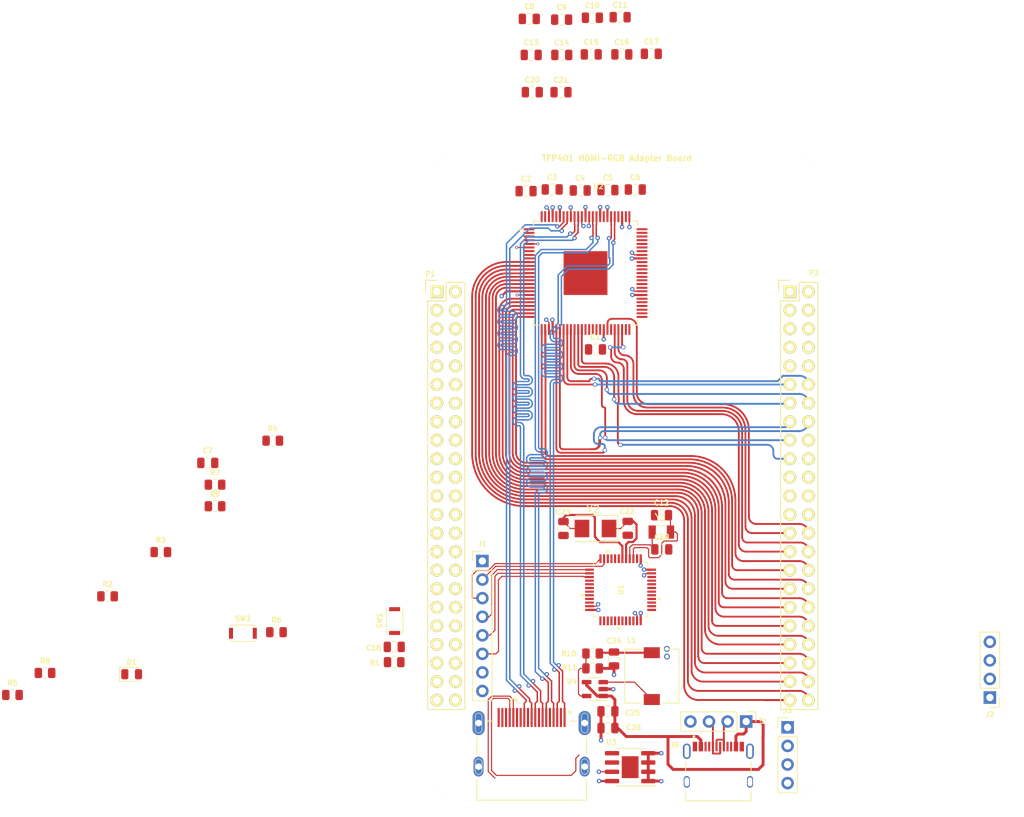
<source format=kicad_pcb>
(kicad_pcb (version 20211014) (generator pcbnew)
  (title_block (title "TFP401 HDMI2RGB Adaptor Board") (company "universe"))
  (layers (0 "F.Cu" signal) (1 "In1.Cu" signal "GND") (2 "In2.Cu" signal "PWR") (31 "B.Cu" signal) (34 "B.Paste" user) (35 "F.Paste" user) (36 "B.SilkS" user "B.Silkscreen") (37 "F.SilkS" user "F.Silkscreen") (38 "B.Mask" user) (39 "F.Mask" user) (44 "Edge.Cuts" user))
  (net 0 "")
  (net 1 "EXT_SDA")
  (net 2 "EXT_SCL")
  (net 3 "/PCLK")
  (net 4 "/HSYNC")
  (net 5 "/VSYNC")
  (net 6 "/DATAEN")
  (net 7 "/VINTF")
  (net 8 "/PA1")
  (net 33 "/HOST_PRESENTZ")
  (net 44 "/Data18")
  (net 45 "/Data19")
  (net 46 "/Data22")
  (net 47 "/Data21")
  (net 48 "/Data16")
  (net 49 "/Data17")
  (net 50 "/Data20")
  (net 51 "/GPIO5")
  (net 52 "/Data23")
  (net 59 "/GPIO_INIT_DONE")
  (net 60 "/Data14")
  (net 61 "/Data15")
  (net 62 "/Data12")
  (net 63 "/Data13")
  (net 64 "/Data10")
  (net 65 "/Data11")
  (net 66 "/Data8")
  (net 67 "/Data9")
  (net 68 "/Data6")
  (net 69 "/Data7")
  (net 70 "/Data4")
  (net 71 "/Data5")
  (net 72 "/Data2")
  (net 73 "/Data3")
  (net 74 "/Data0")
  (net 75 "/Data1")
  (net 88 "+3V3")
  (net 89 "STM32_NRST")
  (net 90 "Net-(D1-Pad1)")
  (net 91 "/RX2+")
  (net 92 "/RX2-")
  (net 93 "/RX1+")
  (net 94 "/RX1-")
  (net 95 "/RX0+")
  (net 96 "/RX0-")
  (net 97 "/RXC+")
  (net 98 "/RXC-")
  (net 99 "HDMI_5V")
  (net 100 "SWDIO")
  (net 101 "SWDCLK")
  (net 102 "/DFO")
  (net 103 "/PA3")
  (net 104 "/PA4")
  (net 105 "/PA5")
  (net 106 "/PA6")
  (net 107 "/PA7")
  (net 108 "USB_DP")
  (net 109 "USB_DN")
  (net 110 "/PB8")
  (net 111 "/PB9")
  (net 112 "/PB10")
  (net 113 "/PB11")
  (net 114 "/PB12")
  (net 115 "/PB13")
  (net 116 "/PB14")
  (net 117 "/PB15")
  (net 118 "Net-(L1-Pad1)")
  (net 119 "USER_KEY")
  (net 120 "USER_LED")
  (net 121 "/PB0")
  (net 122 "/ST")
  (net 123 "/SCDT")
  (net 124 "/CTL1")
  (net 125 "/CTL2")
  (net 126 "/CTL3")
  (net 147 "/EXT_RES")
  (net 148 "/RSVD")
  (net 149 "/OCK_INV")
  (net 150 "/PB1")
  (net 151 "/PA9")
  (net 152 "/PA10")
  (net 153 "/PA15")
  (net 154 "/PB3")
  (net 155 "/PB4")
  (net 156 "/PB5")
  (net 157 "GND")
  (net 158 "Net-(C12-Pad2)")
  (net 159 "Net-(C19-Pad1)")
  (net 160 "Net-(C22-Pad2)")
  (net 161 "Net-(C23-Pad1)")
  (net 164 "Net-(J4-Pad19)")
  (net 169 "Net-(R2-Pad2)")
  (net 170 "Net-(R6-Pad1)")
  (net 171 "/PB2")
  (net 172 "Net-(R10-Pad1)")
  (net 174 "+5V")
  (footprint "Socket_BeagleBone_Black:Socket_BeagleBone_Black" (layer "F.Cu") (at 164.63 62.3824)
    (fp_text reference "P2")
    (fp_text value "BeagleBone_Black_Header")
  )
  (footprint "Socket_BeagleBone_Black:Socket_BeagleBone_Black" (layer "F.Cu") (at 116.37 62.3824)
    (fp_text reference "P1")
    (fp_text value "BeagleBone_Black_Header")
  )
  (footprint "Capacitor_SMD:C_0805_2012Metric" (layer "F.Cu") (at 129.0051 25.0724)
    (fp_text reference "C8")
    (fp_text value "22uF")
  )
  (footprint "Capacitor_SMD:C_0805_2012Metric" (layer "F.Cu") (at 141.6551 29.9324)
    (fp_text reference "C16")
    (fp_text value "0.1uF")
  )
  (footprint "Resistor_SMD:R_0805_2012Metric" (layer "F.Cu") (at 110.5351 113.0624 180)
    (fp_text reference "R1")
    (fp_text value "10k")
  )
  (footprint "Capacitor_SMD:C_0805_2012Metric" (layer "F.Cu") (at 142.4651 94.7524 90)
    (fp_text reference "C22")
    (fp_text value "22pF")
  )
  (footprint "Capacitor_SMD:C_0805_2012Metric" (layer "F.Cu") (at 139.75635 119.7904)
    (fp_text reference "C25")
    (fp_text value "10uF")
  )
  (footprint "Capacitor_SMD:C_0805_2012Metric" (layer "F.Cu") (at 133.6751 94.7824 -90)
    (fp_text reference "C23")
    (fp_text value "22pF")
  )
  (footprint "Capacitor_SMD:C_0805_2012Metric" (layer "F.Cu") (at 133.4251 25.1724)
    (fp_text reference "C9")
    (fp_text value "0.1uF")
  )
  (footprint "Resistor_SMD:R_0805_2012Metric" (layer "F.Cu") (at 94.4451 108.9624)
    (fp_text reference "R6")
    (fp_text value "1k")
  )
  (footprint "Capacitor_SMD:C_0805_2012Metric" (layer "F.Cu") (at 129.2651 30.0024)
    (fp_text reference "C13")
    (fp_text value "22uF")
  )
  (footprint "Resistor_SMD:R_0805_2012Metric" (layer "F.Cu") (at 86.0461 88.787)
    (fp_text reference "R7")
    (fp_text value "10k")
  )
  (footprint "Inductor_SMD:L_7.3x7.3_H4.5" (layer "F.Cu") (at 145.75235 114.9704 90)
    (fp_text reference "L1")
    (fp_text value "2.2uH")
  )
  (footprint "Crystal:Crystal_SMD_3215-2Pin_3.2x1.5mm" (layer "F.Cu") (at 147.0551 95.2624)
    (fp_text reference "Y1")
    (fp_text value "Crystal 32.768KHz")
  )
  (footprint "Resistor_SMD:R_0805_2012Metric" (layer "F.Cu") (at 93.9361 82.767)
    (fp_text reference "R4")
    (fp_text value "1k")
  )
  (footprint "Resistor_SMD:R_0805_2012Metric" (layer "F.Cu") (at 137.66235 111.8804)
    (fp_text reference "R10")
    (fp_text value "49.9K")
  )
  (footprint "Button_Switch_SMD:SW_SPST_CK_KXT3" (layer "F.Cu") (at 89.8551 109.1124)
    (fp_text reference "SW2")
    (fp_text value "SW_Push")
  )
  (footprint "Connector_PinHeader_2.54mm:PinHeader_1x08_P2.54mm_Vertical" (layer "F.Cu") (at 122.5931 99.2274)
    (fp_text reference "J1")
    (fp_text value "Conn_01x08")
  )
  (footprint "Capacitor_SMD:C_0805_2012Metric" (layer "F.Cu") (at 132.1351 48.4024)
    (fp_text reference "C3")
    (fp_text value "0.1uF")
  )
  (footprint "Resistor_SMD:R_0805_2012Metric" (layer "F.Cu") (at 71.3561 104.057)
    (fp_text reference "R2")
    (fp_text value "10k")
  )
  (footprint "ul_STM32F103C6T6A:STM32F103C6T6A" (layer "F.Cu") (at 141.4851 103.1624 -90)
    (fp_text reference "U1")
    (fp_text value "STM32F103C6T6A" hide)
  )
  (footprint "Capacitor_SMD:C_0805_2012Metric" (layer "F.Cu") (at 139.75635 122.0764 180)
    (fp_text reference "C26")
    (fp_text value "10uF")
  )
  (footprint "Connector_PinHeader_2.54mm:PinHeader_1x04_P2.54mm_Vertical" (layer "F.Cu") (at 158.6511 121.1834 -90)
    (fp_text reference "J7")
    (fp_text value "Conn_01x04")
  )
  (footprint "Capacitor_SMD:C_0805_2012Metric" (layer "F.Cu") (at 129.4151 35.1024)
    (fp_text reference "C20")
    (fp_text value "22uF")
  )
  (footprint "1827059-3:TE_1827059-3" (layer "F.Cu") (at 129.3241 125.6284)
    (fp_text reference "J4")
    (fp_text value "HDMI_A")
    (fp_line (start -7.7 2.32) (end -7.7 1.72) (layer "Edge.Cuts") (width 0.1))
    (fp_line (start -7.7 1.72) (end -7.7 1.12) (layer "Edge.Cuts") (width 0.1))
    (fp_line (start -6.8 1.12) (end -6.8 1.72) (layer "Edge.Cuts") (width 0.1))
    (fp_line (start -6.8 1.72) (end -6.8 2.32) (layer "Edge.Cuts") (width 0.1))
    (fp_line (start 6.8 2.32) (end 6.8 1.72) (layer "Edge.Cuts") (width 0.1))
    (fp_line (start 6.8 1.72) (end 6.8 1.12) (layer "Edge.Cuts") (width 0.1))
    (fp_line (start -7.7 -4.24) (end -7.7 -5.14) (layer "Edge.Cuts") (width 0.1))
    (fp_line (start 6.8 -3.34) (end 6.8 -4.24) (layer "Edge.Cuts") (width 0.1))
    (fp_line (start 7.7 1.12) (end 7.7 1.72) (layer "Edge.Cuts") (width 0.1))
    (fp_line (start 7.7 -5.14) (end 7.7 -4.24) (layer "Edge.Cuts") (width 0.1))
    (fp_line (start 7.7 1.72) (end 7.7 2.32) (layer "Edge.Cuts") (width 0.1))
    (fp_line (start 7.7 -4.24) (end 7.7 -3.34) (layer "Edge.Cuts") (width 0.1))
    (fp_line (start -6.8 -4.24) (end -6.8 -3.34) (layer "Edge.Cuts") (width 0.1))
    (fp_line (start 6.8 -4.24) (end 6.8 -5.14) (layer "Edge.Cuts") (width 0.1))
    (fp_line (start -7.7 -3.34) (end -7.7 -4.24) (layer "Edge.Cuts") (width 0.1))
    (fp_line (start -6.8 -5.14) (end -6.8 -4.24) (layer "Edge.Cuts") (width 0.1))
    (fp_arc (start -7.25 2.77) (mid -7.568198 2.638198) (end -7.7 2.32) (layer "Edge.Cuts") (width 0.1))
    (fp_arc (start -7.7 1.12) (mid -7.568198 0.801802) (end -7.25 0.67) (layer "Edge.Cuts") (width 0.1))
    (fp_arc (start 7.25 -2.89) (mid 6.931802 -3.021802) (end 6.8 -3.34) (layer "Edge.Cuts") (width 0.1))
    (fp_arc (start -7.25 -5.59) (mid -6.931802 -5.458198) (end -6.8 -5.14) (layer "Edge.Cuts") (width 0.1))
    (fp_arc (start -7.7 -5.14) (mid -7.568198 -5.458198) (end -7.25 -5.59) (layer "Edge.Cuts") (width 0.1))
    (fp_arc (start -7.25 -2.89) (mid -7.568198 -3.021802) (end -7.7 -3.34) (layer "Edge.Cuts") (width 0.1))
    (fp_arc (start 7.25 2.77) (mid 6.931802 2.638198) (end 6.8 2.32) (layer "Edge.Cuts") (width 0.1))
    (fp_arc (start -7.25 0.67) (mid -6.931802 0.801802) (end -6.8 1.12) (layer "Edge.Cuts") (width 0.1))
    (fp_arc (start -6.8 -3.34) (mid -6.931802 -3.021802) (end -7.25 -2.89) (layer "Edge.Cuts") (width 0.1))
    (fp_arc (start 7.7 2.32) (mid 7.568198 2.638198) (end 7.25 2.77) (layer "Edge.Cuts") (width 0.1))
    (fp_arc (start 6.8 1.12) (mid 6.931802 0.801802) (end 7.25 0.67) (layer "Edge.Cuts") (width 0.1))
    (fp_arc (start 7.25 0.67) (mid 7.568198 0.801802) (end 7.7 1.12) (layer "Edge.Cuts") (width 0.1))
    (fp_arc (start 7.7 -3.34) (mid 7.568198 -3.021802) (end 7.25 -2.89) (layer "Edge.Cuts") (width 0.1))
    (fp_arc (start 7.25 -5.59) (mid 7.568198 -5.458198) (end 7.7 -5.14) (layer "Edge.Cuts") (width 0.1))
    (fp_arc (start -6.8 2.32) (mid -6.931802 2.638198) (end -7.25 2.77) (layer "Edge.Cuts") (width 0.1))
    (fp_arc (start 6.8 -5.14) (mid 6.931802 -5.458198) (end 7.25 -5.59) (layer "Edge.Cuts") (width 0.1))
  )
  (footprint "Capacitor_SMD:C_0805_2012Metric" (layer "F.Cu") (at 145.6851 29.8524)
    (fp_text reference "C17")
    (fp_text value "0.1uF")
  )
  (footprint "Capacitor_SMD:C_0805_2012Metric" (layer "F.Cu") (at 140.58235 112.6204 -90)
    (fp_text reference "C24")
    (fp_text value "22uF")
  )
  (footprint "TFP401PZP:QFP50P1600X1600X120-101N" (layer "F.Cu") (at 136.6901 59.8424)
    (fp_text reference "U2")
    (fp_text value "TFP401PZP")
  )
  (footprint "Capacitor_SMD:C_0805_2012Metric" (layer "F.Cu") (at 85.0561 85.807)
    (fp_text reference "C7")
    (fp_text value "10uF")
  )
  (footprint "Capacitor_SMD:C_0805_2012Metric" (layer "F.Cu") (at 110.5451 110.9724)
    (fp_text reference "C18")
    (fp_text value "0.01uF")
  )
  (footprint "Package_SO:SOIC-8-1EP_3.9x4.9mm_P1.27mm_EP2.29x3mm" (layer "F.Cu") (at 142.7951 127.4224 180)
    (fp_text reference "U3")
    (fp_text value "24LC02")
  )
  (footprint "Connector_PinHeader_2.54mm:PinHeader_1x04_P2.54mm_Vertical" (layer "F.Cu") (at 164.3151 121.9824)
    (fp_text reference "J3")
    (fp_text value "Conn_01x04")
  )
  (footprint "Resistor_SMD:R_0805_2012Metric" (layer "F.Cu") (at 78.6361 98.007)
    (fp_text reference "R3")
    (fp_text value "10k")
  )
  (footprint "Capacitor_SMD:C_0805_2012Metric" (layer "F.Cu") (at 137.6251 24.9124)
    (fp_text reference "C10")
    (fp_text value "0.1uF")
  )
  (footprint "Capacitor_SMD:C_0805_2012Metric" (layer "F.Cu") (at 133.4451 30.0024)
    (fp_text reference "C14")
    (fp_text value "0.1uF")
  )
  (footprint "Capacitor_SMD:C_0805_2012Metric" (layer "F.Cu") (at 147.0751 92.9524)
    (fp_text reference "C12")
    (fp_text value "18pF")
  )
  (footprint "Package_TO_SOT_SMD:SOT-23-5" (layer "F.Cu") (at 137.97835 116.7424 180)
    (fp_text reference "U4")
    (fp_text value "JW5211")
  )
  (footprint "Capacitor_SMD:C_0805_2012Metric" (layer "F.Cu") (at 137.4751 29.9324)
    (fp_text reference "C15")
    (fp_text value "0.1uF")
  )
  (footprint "Crystal:Crystal_SMD_5032-2Pin_5.0x3.2mm" (layer "F.Cu") (at 138.0551 94.7824 180)
    (fp_text reference "Y2")
    (fp_text value "Crystal 8M")
  )
  (footprint "Resistor_SMD:R_0805_2012Metric" (layer "F.Cu") (at 86.0461 91.737)
    (fp_text reference "R9")
    (fp_text value "330R")
  )
  (footprint "Capacitor_SMD:C_0805_2012Metric" (layer "F.Cu") (at 139.7551 48.4924)
    (fp_text reference "C5")
    (fp_text value "0.1uF")
  )
  (footprint "Capacitor_SMD:C_0805_2012Metric" (layer "F.Cu") (at 133.3351 35.1024)
    (fp_text reference "C21")
    (fp_text value "0.1uF")
  )
  (footprint "Capacitor_SMD:C_0805_2012Metric" (layer "F.Cu") (at 135.9651 48.5424)
    (fp_text reference "C4")
    (fp_text value "0.1uF")
  )
  (footprint "CQ-USB-C16PSMT01:SHENZHEN-CHUANGQIN-TECHNOLOGY_CQ-USB-C16PSMT01" (layer "F.Cu") (at 154.8511 124.6124)
    (fp_text reference "J6")
    (fp_text value "CQ-USB-C16PSMT01")
  )
  (footprint "Resistor_SMD:R_0805_2012Metric" (layer "F.Cu") (at 62.8061 114.537)
    (fp_text reference "R8")
    (fp_text value "10k")
  )
  (footprint "Capacitor_SMD:C_0805_2012Metric" (layer "F.Cu") (at 143.4951 48.4124)
    (fp_text reference "C6")
    (fp_text value "0.1uF")
  )
  (footprint "Capacitor_SMD:C_0805_2012Metric" (layer "F.Cu") (at 138.0551 70.2824)
    (fp_text reference "C1")
    (fp_text value "22uF")
  )
  (footprint "Connector_PinHeader_2.54mm:PinHeader_1x04_P2.54mm_Vertical" (layer "F.Cu") (at 191.9651 117.9024 180)
    (fp_text reference "J2")
    (fp_text value "Conn_01x04")
  )
  (footprint "Capacitor_SMD:C_0805_2012Metric" (layer "F.Cu") (at 141.4251 24.8424)
    (fp_text reference "C11")
    (fp_text value "0.1uF")
  )
  (footprint "Resistor_SMD:R_0805_2012Metric" (layer "F.Cu") (at 137.66235 113.9124)
    (fp_text reference "R11")
    (fp_text value "11K")
  )
  (footprint "Resistor_SMD:R_0805_2012Metric" (layer "F.Cu") (at 58.3561 117.547)
    (fp_text reference "R5")
    (fp_text value "10k")
  )
  (footprint "LED_SMD:LED_0805_2012Metric" (layer "F.Cu") (at 74.6476 114.7124)
    (fp_text reference "D1")
    (fp_text value "LED")
  )
  (footprint "Button_Switch_SMD:SW_SPST_CK_KXT3" (layer "F.Cu") (at 110.5951 107.4424 -90)
    (fp_text reference "SW1")
    (fp_text value "SW_Push")
  )
  (footprint "Capacitor_SMD:C_0805_2012Metric" (layer "F.Cu") (at 128.5651 48.6324)
    (fp_text reference "C2")
    (fp_text value "0.1uF")
  )
  (footprint "Capacitor_SMD:C_0805_2012Metric" (layer "F.Cu") (at 147.1151 97.6324)
    (fp_text reference "C19")
    (fp_text value "18pF")
  )
  (gr_circle (center 127.8001 53.8734) (end 127.9271 53.8734) (layer "F.SilkS") (width 0.15) (fill none))
  (gr_arc (start 162.7251 42.6974) (mid 167.215228 44.557272) (end 169.0751 49.0474) (layer "Edge.Cuts") (width 0.00254))
  (gr_line (start 169.0751 49.6824) (end 169.0751 49.0474) (layer "Edge.Cuts") (width 0.00254))
  (gr_line (start 153.2001 42.6974) (end 162.7251 42.6974) (layer "Edge.Cuts") (width 0.00254))
  (gr_arc (start 169.0751 125.8824) (mid 167.215228 130.372528) (end 162.7251 132.2324) (layer "Edge.Cuts") (width 0.00254))
  (gr_line (start 130.3401 132.2324) (end 148.1201 132.2324) (layer "Edge.Cuts") (width 0.00254))
  (gr_line (start 148.1201 132.2324) (end 162.7251 132.2324) (layer "Edge.Cuts") (width 0.00254))
  (gr_line (start 130.3401 132.2324) (end 120.8151 132.2324) (layer "Edge.Cuts") (width 0.00254))
  (gr_arc (start 120.8151 132.2324) (mid 116.324972 130.372528) (end 114.4651 125.8824) (layer "Edge.Cuts") (width 0.00254))
  (gr_line (start 114.4651 125.8824) (end 114.4651 116.3574) (layer "Edge.Cuts") (width 0.00254))
  (gr_line (start 169.0751 125.8824) (end 169.0751 116.3574) (layer "Edge.Cuts") (width 0.00254))
  (gr_arc (start 114.4651 49.0474) (mid 116.324972 44.557272) (end 120.8151 42.6974) (layer "Edge.Cuts") (width 0.00254))
  (gr_line (start 169.0751 116.3574) (end 169.0751 49.6824) (layer "Edge.Cuts") (width 0.00254))
  (gr_line (start 114.4651 49.0474) (end 114.4651 116.3574) (layer "Edge.Cuts") (width 0.00254))
  (gr_line (start 153.2001 42.6974) (end 135.4201 42.6974) (layer "Edge.Cuts") (width 0.00254))
  (gr_line (start 135.4201 42.6974) (end 120.8151 42.6974) (layer "Edge.Cuts") (width 0.00254))
  (gr_text "TFP401 HDMI-RGB Adapter Board\n" (at 140.9827 44.1198) (layer "F.SilkS") (effects (font (size 0.8 0.8) (thickness 0.175))))
  (segment (start 135.3651 127.9124) (end 135.3651 126.2224) (width 0.15) (layer "F.Cu") (net 1))
  (segment (start 126.3241 120.6284) (end 126.3241 118.2714) (width 0.15) (layer "F.Cu") (net 1))
  (segment (start 123.8451 127.8824) (end 124.5151 128.5524) (width 0.15) (layer "F.Cu") (net 1))
  (segment (start 124.1351 118.0124) (end 123.8451 118.3024) (width 0.15) (layer "F.Cu") (net 1))
  (segment (start 123.8451 118.3024) (end 123.8451 127.8824) (width 0.15) (layer "F.Cu") (net 1))
  (segment (start 135.3651 126.2224) (end 135.81362 125.77388) (width 0.15) (layer "F.Cu") (net 1))
  (segment (start 124.5151 128.5524) (end 134.7251 128.5524) (width 0.15) (layer "F.Cu") (net 1))
  (segment (start 134.7251 128.5524) (end 135.3651 127.9124) (width 0.15) (layer "F.Cu") (net 1))
  (segment (start 126.0651 118.0124) (end 124.1351 118.0124) (width 0.15) (layer "F.Cu") (net 1))
  (segment (start 126.3241 118.2714) (end 126.0651 118.0124) (width 0.15) (layer "F.Cu") (net 1))
  (segment (start 123.3951 118.1924) (end 123.3951 128.0224) (width 0.15) (layer "F.Cu") (net 2))
  (segment (start 123.8751 117.7124) (end 123.3951 118.1924) (width 0.15) (layer "F.Cu") (net 2))
  (segment (start 126.8241 120.6284) (end 126.8241 118.2114) (width 0.15) (layer "F.Cu") (net 2))
  (segment (start 126.8241 118.2114) (end 126.3251 117.7124) (width 0.15) (layer "F.Cu") (net 2))
  (segment (start 126.3251 117.7124) (end 123.8751 117.7124) (width 0.15) (layer "F.Cu") (net 2))
  (segment (start 123.3951 128.0224) (end 124.3051 128.9324) (width 0.15) (layer "F.Cu") (net 2))
  (segment (start 143.7005 67.2084) (end 143.7005 76.214282) (width 0.25) (layer "F.Cu") (net 3))
  (segment (start 163.4109 94.1578) (end 160.0327 94.1578) (width 0.25) (layer "F.Cu") (net 3))
  (segment (start 139.6873 67.564) (end 139.6873 66.7258) (width 0.25) (layer "F.Cu") (net 3))
  (segment (start 140.3223 66.0908) (end 142.5829 66.0908) (width 0.25) (layer "F.Cu") (net 3))
  (segment (start 145.261018 77.7748) (end 155.488825 77.7748) (width 0.25) (layer "F.Cu") (net 3))
  (segment (start 165.9254 94.1578) (end 163.4109 94.1578) (width 0.25) (layer "F.Cu") (net 3))
  (segment (start 159.0167 93.1418) (end 159.0167 84.1248) (width 0.25) (layer "F.Cu") (net 3))
  (segment (start 159.0167 84.1248) (end 159.0167 81.302675) (width 0.25) (layer "F.Cu") (net 3))
  (arc (start 143.7005 76.214282) (mid 144.157565 77.317735) (end 145.261018 77.7748) (width 0.25) (layer "F.Cu") (net 3))
  (arc (start 160.0327 94.1578) (mid 159.31428 93.86022) (end 159.0167 93.1418) (width 0.25) (layer "F.Cu") (net 3))
  (arc (start 155.488825 77.7748) (mid 157.983409 78.808091) (end 159.0167 81.302675) (width 0.25) (layer "F.Cu") (net 3))
  (arc (start 139.6873 66.7258) (mid 139.873287 66.276787) (end 140.3223 66.0908) (width 0.25) (layer "F.Cu") (net 3))
  (arc (start 142.5829 66.0908) (mid 143.373163 66.418137) (end 143.7005 67.2084) (width 0.25) (layer "F.Cu") (net 3))
  (arc (start 167.17 95.4024) (mid 166.805465 94.522335) (end 165.9254 94.1578) (width 0.25) (layer "F.Cu") (net 3))
  (segment (start 141.9225 77.3176) (end 141.9225 72.963501) (width 0.25) (layer "F.Cu") (net 4))
  (segment (start 140.1953 71.236302) (end 140.1953 69.977) (width 0.25) (layer "F.Cu") (net 4))
  (segment (start 164.63 97.9424) (end 158.6357 97.9424) (width 0.25) (layer "F.Cu") (net 4))
  (segment (start 140.1699 70.0024) (end 140.0534 70.0024) (width 0.25) (layer "F.Cu") (net 4))
  (segment (start 157.6451 96.9518) (end 157.6451 81.500021) (width 0.25) (layer "F.Cu") (net 4))
  (segment (start 141.6939 67.564) (end 141.6939 69.8246) (width 0.25) (layer "F.Cu") (net 4))
  (segment (start 155.283799 79.13872) (end 143.74362 79.13872) (width 0.25) (layer "F.Cu") (net 4))
  (via (at 141.8463 69.977) (size 0.6) (drill 0.4) (layers "F.Cu" "B.Cu") (net 4))
  (via (at 140.0534 70.0024) (size 0.6) (drill 0.4) (layers "F.Cu" "B.Cu") (net 4))
  (arc (start 157.6451 81.500021) (mid 156.953491 79.830329) (end 155.283799 79.13872) (width 0.25) (layer "F.Cu") (net 4))
  (arc (start 143.74362 79.13872) (mid 142.455894 78.605326) (end 141.9225 77.3176) (width 0.25) (layer "F.Cu") (net 4))
  (arc (start 141.6939 69.8246) (mid 141.738537 69.932363) (end 141.8463 69.977) (width 0.25) (layer "F.Cu") (net 4))
  (arc (start 141.9225 72.963501) (mid 141.665252 72.342449) (end 141.044198 72.0852) (width 0.25) (layer "F.Cu") (net 4))
  (arc (start 158.6357 97.9424) (mid 157.93524 97.65226) (end 157.6451 96.9518) (width 0.25) (layer "F.Cu") (net 4))
  (arc (start 141.044198 72.0852) (mid 140.443936 71.836564) (end 140.1953 71.236302) (width 0.25) (layer "F.Cu") (net 4))
  (arc (start 140.1953 69.977) (mid 140.187861 69.994961) (end 140.1699 70.0024) (width 0.25) (layer "F.Cu") (net 4))
  (segment (start 140.0534 70.0024) (end 141.8209 70.0024) (width 0.25) (layer "B.Cu") (net 4))
  (arc (start 141.8209 70.0024) (mid 141.838861 69.994961) (end 141.8463 69.977) (width 0.25) (layer "B.Cu") (net 4))
  (segment (start 143.2433 76.381374) (end 143.2433 72.262997) (width 0.25) (layer "F.Cu") (net 5))
  (segment (start 141.1859 70.205606) (end 141.1859 67.564) (width 0.25) (layer "F.Cu") (net 5))
  (segment (start 155.433863 78.232) (end 154.7241 78.232) (width 0.25) (layer "F.Cu") (net 5))
  (segment (start 164.63 95.4024) (end 159.45854 95.4024) (width 0.25) (layer "F.Cu") (net 5))
  (segment (start 154.2923 78.232) (end 145.093926 78.232) (width 0.25) (layer "F.Cu") (net 5))
  (segment (start 154.7241 78.232) (end 154.2923 78.232) (width 0.25) (layer "F.Cu") (net 5))
  (segment (start 158.55182 84.744936) (end 158.55182 81.349957) (width 0.25) (layer "F.Cu") (net 5))
  (segment (start 158.55182 94.49568) (end 158.55182 84.86908) (width 0.25) (layer "F.Cu") (net 5))
  (arc (start 142.0749 71.0946) (mid 141.44628 70.83422) (end 141.1859 70.205606) (width 0.25) (layer "F.Cu") (net 5))
  (arc (start 143.2433 72.262997) (mid 142.901084 71.436814) (end 142.0749 71.0946) (width 0.25) (layer "F.Cu") (net 5))
  (arc (start 158.55182 81.349957) (mid 157.638592 79.145228) (end 155.433863 78.232) (width 0.25) (layer "F.Cu") (net 5))
  (arc (start 145.093926 78.232) (mid 143.785336 77.689964) (end 143.2433 76.381374) (width 0.25) (layer "F.Cu") (net 5))
  (arc (start 159.45854 95.4024) (mid 158.817392 95.136828) (end 158.55182 94.49568) (width 0.25) (layer "F.Cu") (net 5))
  (segment (start 140.6779 70.637403) (end 140.6779 67.564) (width 0.25) (layer "F.Cu") (net 6))
  (segment (start 158.1023 95.9612) (end 158.1023 81.435221) (width 0.25) (layer "F.Cu") (net 6))
  (segment (start 167.17 97.9424) (end 167.17 97.8407) (width 0.25) (layer "F.Cu") (net 6))
  (segment (start 155.356279 78.6892) (end 143.889601 78.6892) (width 0.25) (layer "F.Cu") (net 6))
  (segment (start 166.0271 96.6978) (end 158.8389 96.6978) (width 0.25) (layer "F.Cu") (net 6))
  (segment (start 142.4051 77.204699) (end 142.4051 72.364605) (width 0.25) (layer "F.Cu") (net 6))
  (arc (start 141.6685 71.628) (mid 140.968039 71.337861) (end 140.6779 70.637403) (width 0.25) (layer "F.Cu") (net 6))
  (arc (start 143.889601 78.6892) (mid 142.8399 78.2544) (end 142.4051 77.204699) (width 0.25) (layer "F.Cu") (net 6))
  (arc (start 158.1023 81.435221) (mid 157.298009 79.493491) (end 155.356279 78.6892) (width 0.25) (layer "F.Cu") (net 6))
  (arc (start 158.8389 96.6978) (mid 158.318045 96.482055) (end 158.1023 95.9612) (width 0.25) (layer "F.Cu") (net 6))
  (arc (start 167.17 97.8407) (mid 166.835252 97.032548) (end 166.0271 96.6978) (width 0.25) (layer "F.Cu") (net 6))
  (arc (start 142.4051 72.364605) (mid 142.189353 71.843747) (end 141.6685 71.628) (width 0.25) (layer "F.Cu") (net 6))
  (segment (start 124.4081 99.9524) (end 138.9451 99.9524) (width 0.15) (layer "F.Cu") (net 8))
  (segment (start 122.5931 101.7674) (end 124.4081 99.9524) (width 0.15) (layer "F.Cu") (net 8))
  (segment (start 138.9451 99.9524) (end 139.235099 99.662401) (width 0.15) (layer "F.Cu") (net 8))
  (segment (start 139.235099 99.662401) (end 139.235099 98.912401) (width 0.15) (layer "F.Cu") (net 8))
  (segment (start 134.4549 75.0824) (end 137.9855 75.0824) (width 0.25) (layer "F.Cu") (net 44))
  (segment (start 133.6929 74.3204) (end 133.6929 67.564) (width 0.25) (layer "F.Cu") (net 44))
  (via (at 137.9855 75.0824) (size 0.6) (drill 0.4) (layers "F.Cu" "B.Cu") (net 44))
  (arc (start 134.4549 75.0824) (mid 133.916085 74.859215) (end 133.6929 74.3204) (width 0.25) (layer "F.Cu") (net 44))
  (segment (start 137.9855 75.0824) (end 164.63 75.0824) (width 0.25) (layer "B.Cu") (net 44))
  (segment (start 134.74198 74.63288) (end 137.2235 74.63288) (width 0.25) (layer "F.Cu") (net 45))
  (segment (start 134.2009 67.564) (end 134.2009 74.0918) (width 0.25) (layer "F.Cu") (net 45))
  (segment (start 137.562093 74.294287) (end 137.85104 74.294287) (width 0.25) (layer "F.Cu") (net 45))
  (via (at 137.85104 74.294287) (size 0.6) (drill 0.4) (layers "F.Cu" "B.Cu") (net 45))
  (arc (start 134.2009 74.0918) (mid 134.359379 74.474401) (end 134.74198 74.63288) (width 0.25) (layer "F.Cu") (net 45))
  (arc (start 137.2235 74.63288) (mid 137.322672 74.393459) (end 137.562093 74.294287) (width 0.25) (layer "F.Cu") (net 45))
  (segment (start 138.441987 74.294287) (end 137.85104 74.294287) (width 0.25) (layer "B.Cu") (net 45))
  (segment (start 165.981889 73.894289) (end 163.666891 73.894289) (width 0.25) (layer "B.Cu") (net 45))
  (segment (start 138.5951 74.507778) (end 138.5951 74.4474) (width 0.25) (layer "B.Cu") (net 45))
  (segment (start 162.9283 74.63288) (end 138.720202 74.63288) (width 0.25) (layer "B.Cu") (net 45))
  (segment (start 163.666891 73.894289) (end 162.9283 74.63288) (width 0.25) (layer "B.Cu") (net 45))
  (arc (start 138.5951 74.4474) (mid 138.550254 74.339133) (end 138.441987 74.294287) (width 0.25) (layer "B.Cu") (net 45))
  (arc (start 138.720202 74.63288) (mid 138.631742 74.596238) (end 138.5951 74.507778) (width 0.25) (layer "B.Cu") (net 45))
  (arc (start 167.17 75.0824) (mid 166.82201 74.242279) (end 165.981889 73.894289) (width 0.25) (layer "B.Cu") (net 45))
  (segment (start 140.6017 75.0316) (end 140.6017 77.1144) (width 0.25) (layer "F.Cu") (net 46))
  (segment (start 136.0805 72.6694) (end 139.222314 72.6694) (width 0.25) (layer "F.Cu") (net 46))
  (segment (start 140.6017 74.048786) (end 140.6017 75.0316) (width 0.25) (layer "F.Cu") (net 46))
  (segment (start 135.6995 67.564) (end 135.6995 72.2884) (width 0.25) (layer "F.Cu") (net 46))
  (via (at 140.6017 77.1144) (size 0.6) (drill 0.4) (layers "F.Cu" "B.Cu") (net 46))
  (arc (start 135.6995 72.2884) (mid 135.811092 72.557808) (end 136.0805 72.6694) (width 0.25) (layer "F.Cu") (net 46))
  (arc (start 139.222314 72.6694) (mid 140.197687 73.073413) (end 140.6017 74.048786) (width 0.25) (layer "F.Cu") (net 46))
  (segment (start 141.2113 77.724) (end 164.5284 77.724) (width 0.25) (layer "B.Cu") (net 46))
  (arc (start 140.6017 77.1144) (mid 140.780248 77.545452) (end 141.2113 77.724) (width 0.25) (layer "B.Cu") (net 46))
  (arc (start 164.5284 77.724) (mid 164.600242 77.694242) (end 164.63 77.6224) (width 0.25) (layer "B.Cu") (net 46))
  (segment (start 138.580991 73.152) (end 135.8773 73.152) (width 0.25) (layer "F.Cu") (net 47))
  (segment (start 139.6111 75.7936) (end 139.6111 74.182109) (width 0.25) (layer "F.Cu") (net 47))
  (segment (start 135.1661 72.4408) (end 135.1661 67.5894) (width 0.25) (layer "F.Cu") (net 47))
  (via (at 139.6111 75.7936) (size 0.6) (drill 0.4) (layers "F.Cu" "B.Cu") (net 47))
  (arc (start 135.8773 73.152) (mid 135.374406 72.943694) (end 135.1661 72.4408) (width 0.25) (layer "F.Cu") (net 47))
  (arc (start 135.1661 67.5894) (mid 135.173539 67.571439) (end 135.1915 67.564) (width 0.25) (layer "F.Cu") (net 47))
  (arc (start 139.6111 74.182109) (mid 139.309388 73.453712) (end 138.580991 73.152) (width 0.25) (layer "F.Cu") (net 47))
  (segment (start 165.2143 76.3778) (end 140.1953 76.3778) (width 0.25) (layer "B.Cu") (net 47))
  (segment (start 165.9254 76.3778) (end 165.2143 76.3778) (width 0.25) (layer "B.Cu") (net 47))
  (arc (start 140.1953 76.3778) (mid 139.782208 76.206692) (end 139.6111 75.7936) (width 0.25) (layer "B.Cu") (net 47))
  (arc (start 167.17 77.6224) (mid 166.805465 76.742335) (end 165.9254 76.3778) (width 0.25) (layer "B.Cu") (net 47))
  (segment (start 132.7023 75.184) (end 132.7023 83.7946) (width 0.25) (layer "F.Cu") (net 48))
  (segment (start 132.7023 67.564) (end 132.7023 75.184) (width 0.25) (layer "F.Cu") (net 48))
  (segment (start 133.31958 84.41188) (end 137.4267 84.41188) (width 0.25) (layer "F.Cu") (net 48))
  (segment (start 133.3119 84.4042) (end 133.31958 84.41188) (width 0.25) (layer "F.Cu") (net 48))
  (segment (start 137.4267 84.41188) (end 138.99382 84.41188) (width 0.25) (layer "F.Cu") (net 48))
  (via (at 139.3317 84.074) (size 0.6) (drill 0.4) (layers "F.Cu" "B.Cu") (net 48))
  (arc (start 138.99382 84.41188) (mid 139.232737 84.312917) (end 139.3317 84.074) (width 0.25) (layer "F.Cu") (net 48))
  (arc (start 132.7023 83.7946) (mid 132.880848 84.225652) (end 133.3119 84.4042) (width 0.25) (layer "F.Cu") (net 48))
  (segment (start 138.817073 80.9244) (end 163.868 80.9244) (width 0.25) (layer "B.Cu") (net 48))
  (segment (start 139.0015 83.2104) (end 138.3665 83.2104) (width 0.25) (layer "B.Cu") (net 48))
  (segment (start 137.8331 82.677) (end 137.8331 81.908373) (width 0.25) (layer "B.Cu") (net 48))
  (segment (start 139.3317 84.074) (end 139.3317 83.5406) (width 0.25) (layer "B.Cu") (net 48))
  (arc (start 139.3317 83.5406) (mid 139.234987 83.307113) (end 139.0015 83.2104) (width 0.25) (layer "B.Cu") (net 48))
  (arc (start 137.8331 81.908373) (mid 138.121299 81.212599) (end 138.817073 80.9244) (width 0.25) (layer "B.Cu") (net 48))
  (arc (start 138.3665 83.2104) (mid 137.989329 83.054171) (end 137.8331 82.677) (width 0.25) (layer "B.Cu") (net 48))
  (arc (start 163.868 80.9244) (mid 164.406815 80.701215) (end 164.63 80.1624) (width 0.25) (layer "B.Cu") (net 48))
  (segment (start 138.6967 83.102055) (end 138.6967 82.3722) (width 0.25) (layer "F.Cu") (net 49))
  (segment (start 133.6421 83.947) (end 133.65746 83.96236) (width 0.25) (layer "F.Cu") (net 49))
  (segment (start 133.6421 83.947) (end 137.4267 83.947) (width 0.25) (layer "F.Cu") (net 49))
  (segment (start 133.1849 67.564) (end 133.1849 83.4898) (width 0.25) (layer "F.Cu") (net 49))
  (segment (start 137.4267 83.947) (end 137.7569 83.947) (width 0.25) (layer "F.Cu") (net 49))
  (segment (start 137.4267 83.947) (end 137.851755 83.947) (width 0.25) (layer "F.Cu") (net 49))
  (segment (start 138.5697 83.1342) (end 138.5697 82.3722) (width 0.25) (layer "F.Cu") (net 49))
  (via (at 138.6967 82.3722) (size 0.6) (drill 0.4) (layers "F.Cu" "B.Cu") (net 49))
  (arc (start 133.1849 83.4898) (mid 133.318811 83.813089) (end 133.6421 83.947) (width 0.25) (layer "F.Cu") (net 49))
  (arc (start 137.7569 83.947) (mid 138.331636 83.708936) (end 138.5697 83.1342) (width 0.25) (layer "F.Cu") (net 49))
  (arc (start 137.851755 83.947) (mid 138.449221 83.699521) (end 138.6967 83.102055) (width 0.25) (layer "F.Cu") (net 49))
  (segment (start 139.1539 81.4578) (end 165.8746 81.4578) (width 0.25) (layer "B.Cu") (net 49))
  (segment (start 138.6967 82.3722) (end 138.6967 81.915) (width 0.25) (layer "B.Cu") (net 49))
  (arc (start 165.8746 81.4578) (mid 166.790586 81.078386) (end 167.17 80.1624) (width 0.25) (layer "B.Cu") (net 49))
  (arc (start 138.6967 81.915) (mid 138.830611 81.591711) (end 139.1539 81.4578) (width 0.25) (layer "B.Cu") (net 49))
  (segment (start 135.768799 73.6346) (end 138.074546 73.6346) (width 0.25) (layer "F.Cu") (net 50))
  (segment (start 134.6835 67.564) (end 134.6835 72.549301) (width 0.25) (layer "F.Cu") (net 50))
  (segment (start 138.9253 74.485354) (end 138.9253 77.038202) (width 0.25) (layer "F.Cu") (net 50))
  (segment (start 139.3825 82.3468) (end 139.3825 78.3844) (width 0.25) (layer "F.Cu") (net 50))
  (segment (start 138.9253 77.9272) (end 138.9253 77.038202) (width 0.25) (layer "F.Cu") (net 50))
  (via (at 139.3825 82.3468) (size 0.6) (drill 0.4) (layers "F.Cu" "B.Cu") (net 50))
  (arc (start 134.6835 72.549301) (mid 135.001377 73.316723) (end 135.768799 73.6346) (width 0.25) (layer "F.Cu") (net 50))
  (arc (start 139.4079 82.3214) (mid 139.400461 82.339361) (end 139.3825 82.3468) (width 0.25) (layer "F.Cu") (net 50))
  (arc (start 138.074546 73.6346) (mid 138.67612 73.88378) (end 138.9253 74.485354) (width 0.25) (layer "F.Cu") (net 50))
  (arc (start 139.3825 78.3844) (mid 139.322984 78.240716) (end 139.1793 78.1812) (width 0.25) (layer "F.Cu") (net 50))
  (arc (start 139.1793 78.1812) (mid 138.999695 78.106805) (end 138.9253 77.9272) (width 0.25) (layer "F.Cu") (net 50))
  (segment (start 164.63 82.7024) (end 139.9921 82.7024) (width 0.25) (layer "B.Cu") (net 50))
  (segment (start 139.9921 82.7024) (end 139.7381 82.7024) (width 0.25) (layer "B.Cu") (net 50))
  (arc (start 139.7381 82.7024) (mid 139.486653 82.598247) (end 139.3825 82.3468) (width 0.25) (layer "B.Cu") (net 50))
  (segment (start 136.6647 72.2122) (end 139.043422 72.2122) (width 0.25) (layer "F.Cu") (net 52))
  (segment (start 136.1821 67.564) (end 136.1821 71.7296) (width 0.25) (layer "F.Cu") (net 52))
  (segment (start 141.2367 76.8096) (end 141.2367 77.47) (width 0.25) (layer "F.Cu") (net 52))
  (segment (start 141.1859 73.957675) (end 141.1859 76.7588) (width 0.25) (layer "F.Cu") (net 52))
  (segment (start 139.043422 72.2122) (end 139.440425 72.2122) (width 0.25) (layer "F.Cu") (net 52))
  (segment (start 141.1097 77.597) (end 141.1097 82.9713) (width 0.25) (layer "F.Cu") (net 52))
  (via (at 141.4653 83.3269) (size 0.6) (drill 0.4) (layers "F.Cu" "B.Cu") (net 52))
  (arc (start 141.1097 82.9713) (mid 141.213853 83.222747) (end 141.4653 83.3269) (width 0.25) (layer "F.Cu") (net 52))
  (arc (start 141.2367 77.47) (mid 141.199503 77.559803) (end 141.1097 77.597) (width 0.25) (layer "F.Cu") (net 52))
  (arc (start 136.1821 71.7296) (mid 136.32345 72.07085) (end 136.6647 72.2122) (width 0.25) (layer "F.Cu") (net 52))
  (arc (start 141.1859 76.7588) (mid 141.200779 76.794721) (end 141.2367 76.8096) (width 0.25) (layer "F.Cu") (net 52))
  (arc (start 139.440425 72.2122) (mid 140.674662 72.723438) (end 141.1859 73.957675) (width 0.25) (layer "F.Cu") (net 52))
  (segment (start 162.3695 84.1756) (end 162.3695 84.6582) (width 0.25) (layer "B.Cu") (net 52))
  (segment (start 162.9537 85.2424) (end 164.63 85.2424) (width 0.25) (layer "B.Cu") (net 52))
  (segment (start 141.4653 83.3269) (end 161.5208 83.3269) (width 0.25) (layer "B.Cu") (net 52))
  (arc (start 162.3695 84.6582) (mid 162.376939 84.676161) (end 162.3949 84.6836) (width 0.25) (layer "B.Cu") (net 52))
  (arc (start 162.3949 84.6836) (mid 162.558569 85.078731) (end 162.9537 85.2424) (width 0.25) (layer "B.Cu") (net 52))
  (arc (start 161.5208 83.3269) (mid 162.120922 83.575478) (end 162.3695 84.1756) (width 0.25) (layer "B.Cu") (net 52))
  (segment (start 156.7307 91.08357) (end 156.7307 99.7712) (width 0.25) (layer "F.Cu") (net 60))
  (segment (start 131.5847 85.3186) (end 150.96573 85.3186) (width 0.25) (layer "F.Cu") (net 60))
  (segment (start 157.4419 100.4824) (end 164.63 100.4824) (width 0.25) (layer "F.Cu") (net 60))
  (segment (start 130.6957 67.564) (end 130.6957 84.4296) (width 0.25) (layer "F.Cu") (net 60))
  (arc (start 156.7307 99.7712) (mid 156.939006 100.274094) (end 157.4419 100.4824) (width 0.25) (layer "F.Cu") (net 60))
  (arc (start 150.96573 85.3186) (mid 155.042179 87.007121) (end 156.7307 91.08357) (width 0.25) (layer "F.Cu") (net 60))
  (arc (start 130.6957 84.4296) (mid 130.956082 85.058218) (end 131.5847 85.3186) (width 0.25) (layer "F.Cu") (net 60))
  (segment (start 157.18022 98.13792) (end 157.18022 90.989446) (width 0.25) (layer "F.Cu") (net 61))
  (segment (start 131.1783 67.564) (end 131.1783 73.533) (width 0.25) (layer "F.Cu") (net 61))
  (segment (start 131.222089 84.41398) (end 131.222089 73.576789) (width 0.25) (layer "F.Cu") (net 61))
  (segment (start 131.222089 73.576789) (end 131.222089 67.631392) (width 0.25) (layer "F.Cu") (net 61))
  (segment (start 165.9254 99.2378) (end 158.2801 99.2378) (width 0.25) (layer "F.Cu") (net 61))
  (segment (start 151.052174 84.8614) (end 131.669509 84.8614) (width 0.25) (layer "F.Cu") (net 61))
  (arc (start 157.18022 90.989446) (mid 155.385357 86.656263) (end 151.052174 84.8614) (width 0.25) (layer "F.Cu") (net 61))
  (arc (start 131.1783 73.533) (mid 131.191126 73.563963) (end 131.222089 73.576789) (width 0.25) (layer "F.Cu") (net 61))
  (arc (start 158.2801 99.2378) (mid 157.502367 98.915653) (end 157.18022 98.13792) (width 0.25) (layer "F.Cu") (net 61))
  (arc (start 167.17 100.4824) (mid 166.805465 99.602335) (end 165.9254 99.2378) (width 0.25) (layer "F.Cu") (net 61))
  (arc (start 131.669509 84.8614) (mid 131.353135 84.730354) (end 131.222089 84.41398) (width 0.25) (layer "F.Cu") (net 61))
  (segment (start 128.9685 65.3542) (end 127.33072 65.3542) (width 0.25) (layer "F.Cu") (net 62))
  (segment (start 155.8163 91.511796) (end 155.8163 102.0064) (width 0.25) (layer "F.Cu") (net 62))
  (segment (start 128.525604 86.233) (end 150.537504 86.233) (width 0.25) (layer "F.Cu") (net 62))
  (segment (start 156.8323 103.0224) (end 164.63 103.0224) (width 0.25) (layer "F.Cu") (net 62))
  (segment (start 126.7333 65.95162) (end 126.7333 84.440696) (width 0.25) (layer "F.Cu") (net 62))
  (arc (start 150.537504 86.233) (mid 154.270176 87.779124) (end 155.8163 91.511796) (width 0.25) (layer "F.Cu") (net 62))
  (arc (start 155.8163 102.0064) (mid 156.11388 102.72482) (end 156.8323 103.0224) (width 0.25) (layer "F.Cu") (net 62))
  (arc (start 126.7333 84.440696) (mid 127.258254 85.708046) (end 128.525604 86.233) (width 0.25) (layer "F.Cu") (net 62))
  (arc (start 127.33072 65.3542) (mid 126.90828 65.52918) (end 126.7333 65.95162) (width 0.25) (layer "F.Cu") (net 62))
  (segment (start 127.1905 66.18791) (end 127.1905 84.391913) (width 0.25) (layer "F.Cu") (net 63))
  (segment (start 157.0863 101.7778) (end 165.9254 101.7778) (width 0.25) (layer "F.Cu") (net 63))
  (segment (start 156.2735 91.241566) (end 156.2735 100.965) (width 0.25) (layer "F.Cu") (net 63))
  (segment (start 128.574387 85.7758) (end 150.807734 85.7758) (width 0.25) (layer "F.Cu") (net 63))
  (segment (start 128.9685 65.8368) (end 127.54161 65.8368) (width 0.25) (layer "F.Cu") (net 63))
  (arc (start 127.1905 84.391913) (mid 127.595831 85.370469) (end 128.574387 85.7758) (width 0.25) (layer "F.Cu") (net 63))
  (arc (start 165.9254 101.7778) (mid 166.805465 102.142335) (end 167.17 103.0224) (width 0.25) (layer "F.Cu") (net 63))
  (arc (start 150.807734 85.7758) (mid 154.672614 87.376686) (end 156.2735 91.241566) (width 0.25) (layer "F.Cu") (net 63))
  (arc (start 127.54161 65.8368) (mid 127.293338 65.939638) (end 127.1905 66.18791) (width 0.25) (layer "F.Cu") (net 63))
  (arc (start 156.2735 100.965) (mid 156.511564 101.539736) (end 157.0863 101.7778) (width 0.25) (layer "F.Cu") (net 63))
  (segment (start 126.84592 64.3382) (end 128.9685 64.3382) (width 0.25) (layer "F.Cu") (net 64))
  (segment (start 164.63 105.5624) (end 155.6131 105.5624) (width 0.25) (layer "F.Cu") (net 64))
  (segment (start 154.9019 104.8512) (end 154.9019 92.017604) (width 0.25) (layer "F.Cu") (net 64))
  (segment (start 125.8189 84.498167) (end 125.8189 65.36522) (width 0.25) (layer "F.Cu") (net 64))
  (segment (start 150.031696 87.1474) (end 128.468133 87.1474) (width 0.25) (layer "F.Cu") (net 64))
  (arc (start 154.9019 92.017604) (mid 153.47545 88.57385) (end 150.031696 87.1474) (width 0.25) (layer "F.Cu") (net 64))
  (arc (start 155.6131 105.5624) (mid 155.110206 105.354094) (end 154.9019 104.8512) (width 0.25) (layer "F.Cu") (net 64))
  (arc (start 128.468133 87.1474) (mid 126.594842 86.371458) (end 125.8189 84.498167) (width 0.25) (layer "F.Cu") (net 64))
  (arc (start 125.8189 65.36522) (mid 126.119707 64.639007) (end 126.84592 64.3382) (width 0.25) (layer "F.Cu") (net 64))
  (segment (start 155.3591 91.851653) (end 155.3591 103.5558) (width 0.25) (layer "F.Cu") (net 65))
  (segment (start 156.1211 104.3178) (end 165.9254 104.3178) (width 0.25) (layer "F.Cu") (net 65))
  (segment (start 128.515544 86.6902) (end 150.197647 86.6902) (width 0.25) (layer "F.Cu") (net 65))
  (segment (start 126.2761 65.47341) (end 126.2761 84.450756) (width 0.25) (layer "F.Cu") (net 65))
  (segment (start 128.9685 64.8462) (end 126.90331 64.8462) (width 0.25) (layer "F.Cu") (net 65))
  (arc (start 126.2761 84.450756) (mid 126.932018 86.034282) (end 128.515544 86.6902) (width 0.25) (layer "F.Cu") (net 65))
  (arc (start 155.3591 103.5558) (mid 155.582285 104.094615) (end 156.1211 104.3178) (width 0.25) (layer "F.Cu") (net 65))
  (arc (start 165.9254 104.3178) (mid 166.805465 104.682335) (end 167.17 105.5624) (width 0.25) (layer "F.Cu") (net 65))
  (arc (start 150.197647 86.6902) (mid 153.847345 88.201955) (end 155.3591 91.851653) (width 0.25) (layer "F.Cu") (net 65))
  (arc (start 126.90331 64.8462) (mid 126.459806 65.029906) (end 126.2761 65.47341) (width 0.25) (layer "F.Cu") (net 65))
  (segment (start 126.534781 63.3476) (end 128.9685 63.3476) (width 0.25) (layer "F.Cu") (net 66))
  (segment (start 149.708263 88.06948) (end 128.427317 88.06948) (width 0.25) (layer "F.Cu") (net 66))
  (segment (start 153.9875 107.3912) (end 153.9875 92.348717) (width 0.25) (layer "F.Cu") (net 66))
  (segment (start 124.9045 84.546663) (end 124.9045 64.977881) (width 0.25) (layer "F.Cu") (net 66))
  (segment (start 164.63 108.1024) (end 154.6987 108.1024) (width 0.25) (layer "F.Cu") (net 66))
  (arc (start 124.9045 64.977881) (mid 125.381998 63.825098) (end 126.534781 63.3476) (width 0.25) (layer "F.Cu") (net 66))
  (arc (start 128.427317 88.06948) (mid 125.936309 87.037671) (end 124.9045 84.546663) (width 0.25) (layer "F.Cu") (net 66))
  (arc (start 153.9875 92.348717) (mid 152.734141 89.322839) (end 149.708263 88.06948) (width 0.25) (layer "F.Cu") (net 66))
  (arc (start 154.6987 108.1024) (mid 154.195806 107.894094) (end 153.9875 107.3912) (width 0.25) (layer "F.Cu") (net 66))
  (segment (start 128.9685 63.8302) (end 126.755382 63.8302) (width 0.25) (layer "F.Cu") (net 67))
  (segment (start 154.4447 92.184372) (end 154.4447 105.664) (width 0.25) (layer "F.Cu") (net 67))
  (segment (start 128.463026 87.61996) (end 149.880288 87.61996) (width 0.25) (layer "F.Cu") (net 67))
  (segment (start 155.6131 106.8324) (end 165.9 106.8324) (width 0.25) (layer "F.Cu") (net 67))
  (segment (start 125.3617 65.223882) (end 125.3617 84.518634) (width 0.25) (layer "F.Cu") (net 67))
  (arc (start 149.880288 87.61996) (mid 153.107815 88.956845) (end 154.4447 92.184372) (width 0.25) (layer "F.Cu") (net 67))
  (arc (start 165.9 106.8324) (mid 166.798026 107.204374) (end 167.17 108.1024) (width 0.25) (layer "F.Cu") (net 67))
  (arc (start 126.755382 63.8302) (mid 125.7699 64.2384) (end 125.3617 65.223882) (width 0.25) (layer "F.Cu") (net 67))
  (arc (start 125.3617 84.518634) (mid 126.270057 86.711603) (end 128.463026 87.61996) (width 0.25) (layer "F.Cu") (net 67))
  (arc (start 154.4447 105.664) (mid 154.786916 106.490184) (end 155.6131 106.8324) (width 0.25) (layer "F.Cu") (net 67))
  (segment (start 128.476491 88.99156) (end 149.480692 88.99156) (width 0.25) (layer "F.Cu") (net 68))
  (segment (start 155.0797 110.6424) (end 164.63 110.6424) (width 0.25) (layer "F.Cu") (net 68))
  (segment (start 123.9901 63.210502) (end 123.9901 84.505169) (width 0.25) (layer "F.Cu") (net 68))
  (segment (start 128.9685 61.341) (end 125.859602 61.341) (width 0.25) (layer "F.Cu") (net 68))
  (segment (start 153.0223 92.533168) (end 153.0223 108.585) (width 0.25) (layer "F.Cu") (net 68))
  (arc (start 153.0223 108.585) (mid 153.624899 110.039801) (end 155.0797 110.6424) (width 0.25) (layer "F.Cu") (net 68))
  (arc (start 149.480692 88.99156) (mid 151.984987 90.028873) (end 153.0223 92.533168) (width 0.25) (layer "F.Cu") (net 68))
  (arc (start 123.9901 84.505169) (mid 125.304134 87.677526) (end 128.476491 88.99156) (width 0.25) (layer "F.Cu") (net 68))
  (arc (start 125.859602 61.341) (mid 124.537664 61.888564) (end 123.9901 63.210502) (width 0.25) (layer "F.Cu") (net 68))
  (segment (start 149.522729 88.519) (end 128.447974 88.519) (width 0.25) (layer "F.Cu") (net 69))
  (segment (start 165.981889 109.454289) (end 154.856789 109.454289) (width 0.25) (layer "F.Cu") (net 69))
  (segment (start 124.4473 84.518326) (end 124.4473 63.212438) (width 0.25) (layer "F.Cu") (net 69))
  (segment (start 125.810738 61.849) (end 128.9685 61.849) (width 0.25) (layer "F.Cu") (net 69))
  (segment (start 153.5049 108.1024) (end 153.5049 92.501171) (width 0.25) (layer "F.Cu") (net 69))
  (arc (start 167.17 110.6424) (mid 166.82201 109.802279) (end 165.981889 109.454289) (width 0.25) (layer "F.Cu") (net 69))
  (arc (start 154.856789 109.454289) (mid 153.900859 109.05833) (end 153.5049 108.1024) (width 0.25) (layer "F.Cu") (net 69))
  (arc (start 153.5049 92.501171) (mid 152.338549 89.685351) (end 149.522729 88.519) (width 0.25) (layer "F.Cu") (net 69))
  (arc (start 128.447974 88.519) (mid 125.61907 87.34723) (end 124.4473 84.518326) (width 0.25) (layer "F.Cu") (net 69))
  (arc (start 124.4473 63.212438) (mid 124.846642 62.248342) (end 125.810738 61.849) (width 0.25) (layer "F.Cu") (net 69))
  (segment (start 125.943312 60.3504) (end 128.9685 60.3504) (width 0.25) (layer "F.Cu") (net 70))
  (segment (start 123.0757 84.541489) (end 123.0757 63.218012) (width 0.25) (layer "F.Cu") (net 70))
  (segment (start 148.6027 89.8906) (end 149.263102 89.8906) (width 0.25) (layer "F.Cu") (net 70))
  (segment (start 164.63 113.1824) (end 152.9461 113.1824) (width 0.25) (layer "F.Cu") (net 70))
  (segment (start 152.09254 112.32884) (end 152.09254 92.72004) (width 0.25) (layer "F.Cu") (net 70))
  (segment (start 152.1333 112.3696) (end 152.09254 112.32884) (width 0.25) (layer "F.Cu") (net 70))
  (segment (start 148.6027 89.8906) (end 128.424811 89.8906) (width 0.25) (layer "F.Cu") (net 70))
  (arc (start 152.9461 113.1824) (mid 152.371364 112.944336) (end 152.1333 112.3696) (width 0.25) (layer "F.Cu") (net 70))
  (arc (start 123.0757 63.218012) (mid 123.915604 61.190304) (end 125.943312 60.3504) (width 0.25) (layer "F.Cu") (net 70))
  (arc (start 128.424811 89.8906) (mid 124.642418 88.323882) (end 123.0757 84.541489) (width 0.25) (layer "F.Cu") (net 70))
  (arc (start 149.263102 89.8906) (mid 151.263817 90.719323) (end 152.09254 92.72004) (width 0.25) (layer "F.Cu") (net 70))
  (segment (start 165.9 111.9124) (end 153.3271 111.9124) (width 0.25) (layer "F.Cu") (net 71))
  (segment (start 152.5651 111.1504) (end 152.5651 92.688049) (width 0.25) (layer "F.Cu") (net 71))
  (segment (start 125.987283 60.833) (end 128.9685 60.833) (width 0.25) (layer "F.Cu") (net 71))
  (segment (start 123.52522 84.521633) (end 123.52522 63.295063) (width 0.25) (layer "F.Cu") (net 71))
  (segment (start 149.318131 89.44108) (end 128.444667 89.44108) (width 0.25) (layer "F.Cu") (net 71))
  (arc (start 152.5651 92.688049) (mid 151.614085 90.392095) (end 149.318131 89.44108) (width 0.25) (layer "F.Cu") (net 71))
  (arc (start 167.17 113.1824) (mid 166.798026 112.284374) (end 165.9 111.9124) (width 0.25) (layer "F.Cu") (net 71))
  (arc (start 128.444667 89.44108) (mid 124.966093 88.000207) (end 123.52522 84.521633) (width 0.25) (layer "F.Cu") (net 71))
  (arc (start 123.52522 63.295063) (mid 124.246342 61.554122) (end 125.987283 60.833) (width 0.25) (layer "F.Cu") (net 71))
  (arc (start 153.3271 111.9124) (mid 152.788285 111.689215) (end 152.5651 111.1504) (width 0.25) (layer "F.Cu") (net 71))
  (segment (start 148.593248 90.805) (end 128.434912 90.805) (width 0.25) (layer "F.Cu") (net 72))
  (segment (start 164.63 115.7224) (end 152.756439 115.7224) (width 0.25) (layer "F.Cu") (net 72))
  (segment (start 125.871041 59.3598) (end 128.9431 59.3598) (width 0.25) (layer "F.Cu") (net 72))
  (segment (start 122.1359 84.505988) (end 122.1359 63.094941) (width 0.25) (layer "F.Cu") (net 72))
  (segment (start 151.1935 114.159461) (end 151.1935 93.405252) (width 0.25) (layer "F.Cu") (net 72))
  (arc (start 128.9431 59.3598) (mid 128.961061 59.352361) (end 128.9685 59.3344) (width 0.25) (layer "F.Cu") (net 72))
  (arc (start 151.1935 93.405252) (mid 150.431904 91.566596) (end 148.593248 90.805) (width 0.25) (layer "F.Cu") (net 72))
  (arc (start 152.756439 115.7224) (mid 151.651274 115.264626) (end 151.1935 114.159461) (width 0.25) (layer "F.Cu") (net 72))
  (arc (start 128.434912 90.805) (mid 123.980838 88.960062) (end 122.1359 84.505988) (width 0.25) (layer "F.Cu") (net 72))
  (arc (start 122.1359 63.094941) (mid 123.229897 60.453797) (end 125.871041 59.3598) (width 0.25) (layer "F.Cu") (net 72))
  (segment (start 164.6047 114.4778) (end 165.065644 114.4778) (width 0.25) (layer "F.Cu") (net 73))
  (segment (start 164.6047 114.4778) (end 153.0477 114.4778) (width 0.25) (layer "F.Cu") (net 73))
  (segment (start 130.93198 90.35548) (end 130.9243 90.3478) (width 0.25) (layer "F.Cu") (net 73))
  (segment (start 148.99138 90.35548) (end 130.93198 90.35548) (width 0.25) (layer "F.Cu") (net 73))
  (segment (start 151.64302 113.07312) (end 151.64302 93.00712) (width 0.25) (layer "F.Cu") (net 73))
  (segment (start 125.874356 59.886189) (end 128.966744 59.886189) (width 0.25) (layer "F.Cu") (net 73))
  (segment (start 167.17 115.7224) (end 167.17 115.5953) (width 0.25) (layer "F.Cu") (net 73))
  (segment (start 128.966744 59.886189) (end 128.9685 59.884433) (width 0.25) (layer "F.Cu") (net 73))
  (segment (start 128.9685 59.884433) (end 128.9685 59.8424) (width 0.25) (layer "F.Cu") (net 73))
  (segment (start 122.58542 84.428415) (end 122.58542 63.175125) (width 0.25) (layer "F.Cu") (net 73))
  (segment (start 130.9243 90.3478) (end 128.504805 90.3478) (width 0.25) (layer "F.Cu") (net 73))
  (segment (start 166.0525 114.4778) (end 164.6047 114.4778) (width 0.25) (layer "F.Cu") (net 73))
  (arc (start 128.504805 90.3478) (mid 124.319168 88.614052) (end 122.58542 84.428415) (width 0.25) (layer "F.Cu") (net 73))
  (arc (start 153.0477 114.4778) (mid 152.054441 114.066379) (end 151.64302 113.07312) (width 0.25) (layer "F.Cu") (net 73))
  (arc (start 151.64302 93.00712) (mid 150.866373 91.132127) (end 148.99138 90.35548) (width 0.25) (layer "F.Cu") (net 73))
  (arc (start 167.17 115.5953) (mid 166.842692 114.805108) (end 166.0525 114.4778) (width 0.25) (layer "F.Cu") (net 73))
  (arc (start 122.58542 63.175125) (mid 123.548727 60.849496) (end 125.874356 59.886189) (width 0.25) (layer "F.Cu") (net 73))
  (segment (start 121.1961 63.046599) (end 121.1961 84.520098) (width 0.25) (layer "F.Cu") (net 74))
  (segment (start 128.395402 91.7194) (end 148.241641 91.7194) (width 0.25) (layer "F.Cu") (net 74))
  (segment (start 161.0741 118.2624) (end 164.63 118.2624) (width 0.25) (layer "F.Cu") (net 74))
  (segment (start 128.9431 58.3184) (end 125.924299 58.3184) (width 0.25) (layer "F.Cu") (net 74))
  (segment (start 152.1079 118.237) (end 164.6046 118.237) (width 0.25) (layer "F.Cu") (net 74))
  (segment (start 150.179611 93.65737) (end 150.179611 116.308711) (width 0.25) (layer "F.Cu") (net 74))
  (arc (start 125.924299 58.3184) (mid 122.580957 59.703257) (end 121.1961 63.046599) (width 0.25) (layer "F.Cu") (net 74))
  (arc (start 164.6046 118.237) (mid 164.622561 118.244439) (end 164.63 118.2624) (width 0.25) (layer "F.Cu") (net 74))
  (arc (start 121.1961 84.520098) (mid 123.304727 89.610773) (end 128.395402 91.7194) (width 0.25) (layer "F.Cu") (net 74))
  (arc (start 128.9685 58.3438) (mid 128.961061 58.325839) (end 128.9431 58.3184) (width 0.25) (layer "F.Cu") (net 74))
  (arc (start 148.241641 91.7194) (mid 149.611993 92.287018) (end 150.179611 93.65737) (width 0.25) (layer "F.Cu") (net 74))
  (arc (start 150.179611 116.308711) (mid 150.744394 117.672217) (end 152.1079 118.237) (width 0.25) (layer "F.Cu") (net 74))
  (segment (start 167.17 118.2624) (end 167.17 118.2623) (width 0.25) (layer "F.Cu") (net 75))
  (segment (start 125.854889 58.8518) (end 128.9685 58.8518) (width 0.25) (layer "F.Cu") (net 75))
  (segment (start 148.341521 91.2622) (end 128.437272 91.2622) (width 0.25) (layer "F.Cu") (net 75))
  (segment (start 150.6855 115.5446) (end 150.6855 93.606179) (width 0.25) (layer "F.Cu") (net 75))
  (segment (start 121.6787 84.503628) (end 121.6787 63.027989) (width 0.25) (layer "F.Cu") (net 75))
  (segment (start 165.9001 116.9924) (end 152.1333 116.9924) (width 0.25) (layer "F.Cu") (net 75))
  (arc (start 152.1333 116.9924) (mid 151.109551 116.568349) (end 150.6855 115.5446) (width 0.25) (layer "F.Cu") (net 75))
  (arc (start 121.6787 63.027989) (mid 122.901877 60.074977) (end 125.854889 58.8518) (width 0.25) (layer "F.Cu") (net 75))
  (arc (start 128.437272 91.2622) (mid 123.65824 89.28266) (end 121.6787 84.503628) (width 0.25) (layer "F.Cu") (net 75))
  (arc (start 167.17 118.2623) (mid 166.798055 117.364345) (end 165.9001 116.9924) (width 0.25) (layer "F.Cu") (net 75))
  (arc (start 150.6855 93.606179) (mid 149.998964 91.948736) (end 148.341521 91.2622) (width 0.25) (layer "F.Cu") (net 75))
  (arc (start 128.9431 58.8264) (mid 128.961061 58.833839) (end 128.9685 58.8518) (width 0.25) (layer "F.Cu") (net 75))
  (segment (start 138.57485 111.8804) (end 138.68485 111.7704) (width 0.3) (layer "F.Cu") (net 88))
  (segment (start 141.6939 52.1208) (end 141.6939 53.5336) (width 0.3) (layer "F.Cu") (net 88))
  (segment (start 138.6967 52.1208) (end 138.6967 50.844) (width 0.3) (layer "F.Cu") (net 88))
  (segment (start 125.8859 62.3316) (end 125.2251 62.9924) (width 0.3) (layer "F.Cu") (net 88))
  (segment (start 140.3201 129.3274) (end 138.5401 129.3274) (width 0.3) (layer "F.Cu") (net 88))
  (segment (start 139.1793 67.564) (end 139.1793 68.9082) (width 0.3) (layer "F.Cu") (net 88))
  (segment (start 144.2351 107.412399) (end 144.2351 106.3524) (width 0.3) (layer "F.Cu") (net 88))
  (segment (start 138.5401 129.3274) (end 138.5351 129.3224) (width 0.3) (layer "F.Cu") (net 88))
  (segment (start 144.4117 57.8358) (end 143.0517 57.8358) (width 0.3) (layer "F.Cu") (net 88))
  (segment (start 133.1849 52.1208) (end 133.1849 50.8622) (width 0.3) (layer "F.Cu") (net 88))
  (segment (start 139.6873 50.8346) (end 139.6851 50.8324) (width 0.3) (layer "F.Cu") (net 88))
  (segment (start 145.735099 100.4124) (end 144.7051 100.4124) (width 0.3) (layer "F.Cu") (net 88))
  (segment (start 143.1223 62.8396) (end 143.1051 62.8224) (width 0.3) (layer "F.Cu") (net 88))
  (segment (start 128.9685 62.3316) (end 125.8859 62.3316) (width 0.3) (layer "F.Cu") (net 88))
  (segment (start 136.6901 52.1208) (end 136.6901 50.8274) (width 0.3) (layer "F.Cu") (net 88))
  (segment (start 138.4251 105.9124) (end 138.4351 105.9224) (width 0.3) (layer "F.Cu") (net 88))
  (segment (start 144.4117 62.8396) (end 143.1223 62.8396) (width 0.3) (layer "F.Cu") (net 88))
  (segment (start 139.1793 68.9082) (end 139.1751 68.9124) (width 0.3) (layer "F.Cu") (net 88))
  (segment (start 139.6873 52.1208) (end 139.6873 50.8346) (width 0.3) (layer "F.Cu") (net 88))
  (segment (start 144.7051 100.4124) (end 144.6951 100.4024) (width 0.3) (layer "F.Cu") (net 88))
  (segment (start 128.9685 56.3372) (end 127.2803 56.3372) (width 0.15) (layer "F.Cu") (net 88))
  (segment (start 138.6967 50.844) (end 138.6851 50.8324) (width 0.3) (layer "F.Cu") (net 88))
  (segment (start 143.0517 57.8358) (end 143.0351 57.8524) (width 0.3) (layer "F.Cu") (net 88))
  (segment (start 136.6901 50.8274) (end 136.6851 50.8224) (width 0.3) (layer "F.Cu") (net 88))
  (segment (start 141.6939 53.5336) (end 141.6851 53.5424) (width 0.3) (layer "F.Cu") (net 88))
  (segment (start 132.1943 67.564) (end 132.1943 66.2616) (width 0.3) (layer "F.Cu") (net 88))
  (segment (start 132.1943 52.1208) (end 132.1943 50.8632) (width 0.3) (layer "F.Cu") (net 88))
  (segment (start 144.2351 98.912401) (end 144.2351 99.8524) (width 0.3) (layer "F.Cu") (net 88))
  (segment (start 132.1943 50.8632) (end 132.1951 50.8624) (width 0.3) (layer "F.Cu") (net 88))
  (segment (start 138.68485 111.7704) (end 145.75235 111.7704) (width 0.3) (layer "F.Cu") (net 88))
  (segment (start 127.2803 56.3372) (end 127.2751 56.3424) (width 0.15) (layer "F.Cu") (net 88))
  (segment (start 133.1849 50.8622) (end 133.1751 50.8524) (width 0.3) (layer "F.Cu") (net 88))
  (segment (start 137.235101 105.9124) (end 138.4251 105.9124) (width 0.3) (layer "F.Cu") (net 88))
  (segment (start 132.1943 66.2616) (end 132.1651 66.2324) (width 0.3) (layer "F.Cu") (net 88))
  (via (at 125.2251 62.9924) (size 0.6) (drill 0.3) (layers "F.Cu" "B.Cu") (net 88))
  (via (at 143.0351 57.8524) (size 0.6) (drill 0.3) (layers "F.Cu" "B.Cu") (net 88))
  (via (at 133.1751 50.8524) (size 0.6) (drill 0.3) (layers "F.Cu" "B.Cu") (net 88))
  (via (at 138.5351 129.3224) (size 0.6) (drill 0.3) (layers "F.Cu" "B.Cu") (net 88))
  (via (at 144.2351 99.8524) (size 0.6) (drill 0.3) (layers "F.Cu" "B.Cu") (net 88))
  (via (at 132.1651 66.2324) (size 0.6) (drill 0.3) (layers "F.Cu" "B.Cu") (net 88))
  (via (at 144.2351 106.3524) (size 0.6) (drill 0.3) (layers "F.Cu" "B.Cu") (net 88))
  (via (at 144.6951 100.4024) (size 0.6) (drill 0.3) (layers "F.Cu" "B.Cu") (net 88))
  (via (at 143.1051 62.8224) (size 0.6) (drill 0.3) (layers "F.Cu" "B.Cu") (net 88))
  (via (at 132.1951 50.8624) (size 0.6) (drill 0.3) (layers "F.Cu" "B.Cu") (net 88))
  (via (at 138.6851 50.8324) (size 0.6) (drill 0.3) (layers "F.Cu" "B.Cu") (net 88))
  (via (at 147.8251 112.2924) (size 0.8) (drill 0.5) (layers "F.Cu" "B.Cu") (net 88))
  (via (at 127.2751 56.3424) (size 0.4) (drill 0.2) (layers "F.Cu" "B.Cu") (net 88))
  (via (at 138.4351 105.9224) (size 0.6) (drill 0.3) (layers "F.Cu" "B.Cu") (net 88))
  (via (at 136.6851 50.8224) (size 0.6) (drill 0.3) (layers "F.Cu" "B.Cu") (net 88))
  (via (at 147.8051 111.2424) (size 0.8) (drill 0.5) (layers "F.Cu" "B.Cu") (net 88))
  (via (at 139.6851 50.8324) (size 0.6) (drill 0.3) (layers "F.Cu" "B.Cu") (net 88))
  (via (at 139.1751 68.9124) (size 0.6) (drill 0.3) (layers "F.Cu" "B.Cu") (net 88))
  (via (at 141.6851 53.5424) (size 0.6) (drill 0.3) (layers "F.Cu" "B.Cu") (net 88))
  (segment (start 133.8241 118.678399) (end 133.5491 118.403399) (width 0.2) (layer "F.Cu") (net 91))
  (segment (start 140.6779 52.1208) (end 140.6779 53.225701) (width 0.2) (layer "F.Cu") (net 91))
  (segment (start 140.6779 53.225701) (end 140.6616 53.242001) (width 0.2) (layer "F.Cu") (net 91))
  (segment (start 133.8241 120.6284) (end 133.8241 118.678399) (width 0.2) (layer "F.Cu") (net 91))
  (segment (start 140.6616 55.234099) (end 140.495621 55.400078) (width 0.2) (layer "F.Cu") (net 91))
  (segment (start 133.5491 114.288201) (end 133.025621 113.764722) (width 0.2) (layer "F.Cu") (net 91))
  (segment (start 140.6616 53.242001) (end 140.6616 55.234099) (width 0.2) (layer "F.Cu") (net 91))
  (segment (start 133.5491 118.403399) (end 133.5491 114.288201) (width 0.2) (layer "F.Cu") (net 91))
  (segment (start 133.025621 113.764722) (end 133.025621 113.481879) (width 0.2) (layer "F.Cu") (net 91))
  (segment (start 140.495621 55.400078) (end 140.495621 55.682921) (width 0.2) (layer "F.Cu") (net 91))
  (via (at 133.025621 113.481879) (size 0.6) (drill 0.3) (layers "F.Cu" "B.Cu") (net 91))
  (via (at 140.495621 55.682921) (size 0.6) (drill 0.3) (layers "F.Cu" "B.Cu") (net 91))
  (segment (start 132.742778 113.481879) (end 133.025621 113.481879) (width 0.2) (layer "B.Cu") (net 91))
  (segment (start 132.4951 70.0324) (end 131.2701 70.0324) (width 0.2) (layer "B.Cu") (net 91))
  (segment (start 131.8701 71.9824) (end 132.9201 71.9824) (width 0.2) (layer "B.Cu") (net 91))
  (segment (start 131.2701 70.3824) (end 131.8701 70.3824) (width 0.2) (layer "B.Cu") (net 91))
  (segment (start 133.4001 66.9056) (end 132.3201 67.9856) (width 0.2) (layer "B.Cu") (net 91))
  (segment (start 132.3201 78.646577) (end 132.3201 113.059201) (width 0.2) (layer "B.Cu") (net 91))
  (segment (start 132.9201 73.2324) (end 132.3201 73.2324) (width 0.2) (layer "B.Cu") (net 91))
  (segment (start 140.495621 55.682921) (end 140.4601 55.718442) (width 0.2) (layer "B.Cu") (net 91))
  (segment (start 132.9201 74.8324) (end 132.4951 74.8324) (width 0.2) (layer "B.Cu") (net 91))
  (segment (start 131.8701 70.3824) (end 132.9201 70.3824) (width 0.2) (layer "B.Cu") (net 91))
  (segment (start 132.3201 73.2324) (end 131.2701 73.2324) (width 0.2) (layer "B.Cu") (net 91))
  (segment (start 132.9201 70.0324) (end 132.4951 70.0324) (width 0.2) (layer "B.Cu") (net 91))
  (segment (start 132.3201 75.0074) (end 132.3201 78.646577) (width 0.2) (layer "B.Cu") (net 91))
  (segment (start 140.4601 55.718442) (end 140.4601 58.6956) (width 0.2) (layer "B.Cu") (net 91))
  (segment (start 133.4001 60.2856) (end 133.4001 66.9056) (width 0.2) (layer "B.Cu") (net 91))
  (segment (start 132.3201 113.059201) (end 132.742778 113.481879) (width 0.2) (layer "B.Cu") (net 91))
  (segment (start 132.4951 68.7824) (end 132.9201 68.7824) (width 0.2) (layer "B.Cu") (net 91))
  (segment (start 134.3683 59.3174) (end 133.4001 60.2856) (width 0.2) (layer "B.Cu") (net 91))
  (segment (start 139.8383 59.3174) (end 134.3683 59.3174) (width 0.2) (layer "B.Cu") (net 91))
  (segment (start 132.3201 67.9856) (end 132.3201 68.6074) (width 0.2) (layer "B.Cu") (net 91))
  (segment (start 131.2701 71.9824) (end 131.8701 71.9824) (width 0.2) (layer "B.Cu") (net 91))
  (segment (start 131.8701 73.5824) (end 132.9201 73.5824) (width 0.2) (layer "B.Cu") (net 91))
  (segment (start 132.9201 71.6324) (end 132.3201 71.6324) (width 0.2) (layer "B.Cu") (net 91))
  (segment (start 140.4601 58.6956) (end 139.8383 59.3174) (width 0.2) (layer "B.Cu") (net 91))
  (segment (start 132.3201 71.6324) (end 131.2701 71.6324) (width 0.2) (layer "B.Cu") (net 91))
  (segment (start 131.2701 73.5824) (end 131.8701 73.5824) (width 0.2) (layer "B.Cu") (net 91))
  (arc (start 133.5451 71.0074) (mid 133.362042 71.449342) (end 132.9201 71.6324) (width 0.2) (layer "B.Cu") (net 91))
  (arc (start 132.9201 68.7824) (mid 133.362042 68.965458) (end 133.5451 69.4074) (width 0.2) (layer "B.Cu") (net 91))
  (arc (start 132.9201 71.9824) (mid 133.362042 72.165458) (end 133.5451 72.6074) (width 0.2) (layer "B.Cu") (net 91))
  (arc (start 132.9201 73.5824) (mid 133.362042 73.765458) (end 133.5451 74.2074) (width 0.2) (layer "B.Cu") (net 91))
  (arc (start 132.9201 70.3824) (mid 133.362042 70.565458) (end 133.5451 71.0074) (width 0.2) (layer "B.Cu") (net 91))
  (arc (start 133.5451 74.2074) (mid 133.362042 74.649342) (end 132.9201 74.8324) (width 0.2) (layer "B.Cu") (net 91))
  (arc (start 133.5451 69.4074) (mid 133.362042 69.849342) (end 132.9201 70.0324) (width 0.2) (layer "B.Cu") (net 91))
  (arc (start 131.0951 71.8074) (mid 131.146356 71.931144) (end 131.2701 71.9824) (width 0.2) (layer "B.Cu") (net 91))
  (arc (start 131.2701 71.6324) (mid 131.146356 71.683656) (end 131.0951 71.8074) (width 0.2) (layer "B.Cu") (net 91))
  (arc (start 132.4951 74.8324) (mid 132.371356 74.883656) (end 132.3201 75.0074) (width 0.2) (layer "B.Cu") (net 91))
  (arc (start 132.3201 68.6074) (mid 132.371356 68.731144) (end 132.4951 68.7824) (width 0.2) (layer "B.Cu") (net 91))
  (arc (start 131.2701 73.2324) (mid 131.146356 73.283656) (end 131.0951 73.4074) (width 0.2) (layer "B.Cu") (net 91))
  (arc (start 131.0951 73.4074) (mid 131.146356 73.531144) (end 131.2701 73.5824) (width 0.2) (layer "B.Cu") (net 91))
  (arc (start 131.2701 70.0324) (mid 131.146356 70.083656) (end 131.0951 70.2074) (width 0.2) (layer "B.Cu") (net 91))
  (arc (start 131.0951 70.2074) (mid 131.146356 70.331144) (end 131.2701 70.3824) (width 0.2) (layer "B.Cu") (net 91))
  (arc (start 133.5451 72.6074) (mid 133.362042 73.049342) (end 132.9201 73.2324) (width 0.2) (layer "B.Cu") (net 91))
  (segment (start 140.2116 55.047701) (end 140.177422 55.081879) (width 0.2) (layer "F.Cu") (net 92))
  (segment (start 140.1953 53.225701) (end 140.2116 53.242001) (width 0.2) (layer "F.Cu") (net 92))
  (segment (start 133.0991 114.474599) (end 132.707422 114.082921) (width 0.2) (layer "F.Cu") (net 92))
  (segment (start 132.8241 118.678399) (end 133.0991 118.403399) (width 0.2) (layer "F.Cu") (net 92))
  (segment (start 133.0991 118.403399) (end 133.0991 114.474599) (width 0.2) (layer "F.Cu") (net 92))
  (segment (start 140.1953 52.1208) (end 140.1953 53.225701) (width 0.2) (layer "F.Cu") (net 92))
  (segment (start 132.8241 120.6284) (end 132.8241 118.678399) (width 0.2) (layer "F.Cu") (net 92))
  (segment (start 132.707422 114.082921) (end 132.424579 114.082921) (width 0.2) (layer "F.Cu") (net 92))
  (segment (start 140.177422 55.081879) (end 139.894579 55.081879) (width 0.2) (layer "F.Cu") (net 92))
  (segment (start 140.2116 53.242001) (end 140.2116 55.047701) (width 0.2) (layer "F.Cu") (net 92))
  (via (at 139.894579 55.081879) (size 0.6) (drill 0.3) (layers "F.Cu" "B.Cu") (net 92))
  (via (at 132.424579 114.082921) (size 0.6) (drill 0.3) (layers "F.Cu" "B.Cu") (net 92))
  (segment (start 132.9201 71.1824) (end 132.3201 71.1824) (width 0.2) (layer "B.Cu") (net 92))
  (segment (start 132.4951 69.5824) (end 131.2701 69.5824) (width 0.2) (layer "B.Cu") (net 92))
  (segment (start 132.4951 69.2324) (end 132.9201 69.2324) (width 0.2) (layer "B.Cu") (net 92))
  (segment (start 132.3201 71.1824) (end 131.2701 71.1824) (width 0.2) (layer "B.Cu") (net 92))
  (segment (start 131.8701 78.646577) (end 131.8701 113.245599) (width 0.2) (layer "B.Cu") (net 92))
  (segment (start 132.9501 60.0992) (end 132.9501 66.7192) (width 0.2) (layer "B.Cu") (net 92))
  (segment (start 131.8701 72.4324) (end 132.9201 72.4324) (width 0.2) (layer "B.Cu") (net 92))
  (segment (start 131.2701 70.8324) (end 131.8701 70.8324) (width 0.2) (layer "B.Cu") (net 92))
  (segment (start 132.9201 74.3824) (end 132.4951 74.3824) (width 0.2) (layer "B.Cu") (net 92))
  (segment (start 131.2701 72.4324) (end 131.8701 72.4324) (width 0.2) (layer "B.Cu") (net 92))
  (segment (start 131.8701 67.7992) (end 131.8701 68.6074) (width 0.2) (layer "B.Cu") (net 92))
  (segment (start 131.8701 75.0074) (end 131.8701 78.646577) (width 0.2) (layer "B.Cu") (net 92))
  (segment (start 140.0101 57.9174) (end 140.0101 57.7524) (width 0.2) (layer "B.Cu") (net 92))
  (segment (start 140.0101 58.5092) (end 139.6519 58.8674) (width 0.2) (layer "B.Cu") (net 92))
  (segment (start 140.0101 57.9174) (end 140.0101 58.5092) (width 0.2) (layer "B.Cu") (net 92))
  (segment (start 132.9201 72.7824) (end 132.3201 72.7824) (width 0.2) (layer "B.Cu") (net 92))
  (segment (start 132.424579 113.800078) (end 132.424579 114.082921) (width 0.2) (layer "B.Cu") (net 92))
  (segment (start 131.2701 74.0324) (end 131.8701 74.0324) (width 0.2) (layer "B.Cu") (net 92))
  (segment (start 134.1819 58.8674) (end 132.9501 60.0992) (width 0.2) (layer "B.Cu") (net 92))
  (segment (start 139.6519 58.8674) (end 134.1819 58.8674) (width 0.2) (layer "B.Cu") (net 92))
  (segment (start 131.8701 74.0324) (end 132.9201 74.0324) (width 0.2) (layer "B.Cu") (net 92))
  (segment (start 131.8701 70.8324) (end 132.9201 70.8324) (width 0.2) (layer "B.Cu") (net 92))
  (segment (start 132.9201 69.5824) (end 132.4951 69.5824) (width 0.2) (layer "B.Cu") (net 92))
  (segment (start 140.0101 57.9174) (end 139.894579 57.801879) (width 0.2) (layer "B.Cu") (net 92))
  (segment (start 139.894579 57.801879) (end 139.894579 55.081879) (width 0.2) (layer "B.Cu") (net 92))
  (segment (start 132.9501 66.7192) (end 131.8701 67.7992) (width 0.2) (layer "B.Cu") (net 92))
  (segment (start 132.3201 72.7824) (end 131.2701 72.7824) (width 0.2) (layer "B.Cu") (net 92))
  (segment (start 131.8701 113.245599) (end 132.424579 113.800078) (width 0.2) (layer "B.Cu") (net 92))
  (arc (start 133.0951 69.4074) (mid 133.043844 69.531144) (end 132.9201 69.5824) (width 0.2) (layer "B.Cu") (net 92))
  (arc (start 132.9201 69.2324) (mid 133.043844 69.283656) (end 133.0951 69.4074) (width 0.2) (layer "B.Cu") (net 92))
  (arc (start 133.0951 71.0074) (mid 133.043844 71.131144) (end 132.9201 71.1824) (width 0.2) (layer "B.Cu") (net 92))
  (arc (start 131.8701 68.6074) (mid 132.053158 69.049342) (end 132.4951 69.2324) (width 0.2) (layer "B.Cu") (net 92))
  (arc (start 132.9201 72.4324) (mid 133.043844 72.483656) (end 133.0951 72.6074) (width 0.2) (layer "B.Cu") (net 92))
  (arc (start 132.4951 74.3824) (mid 132.053158 74.565458) (end 131.8701 75.0074) (width 0.2) (layer "B.Cu") (net 92))
  (arc (start 132.9201 70.8324) (mid 133.043844 70.883656) (end 133.0951 71.0074) (width 0.2) (layer "B.Cu") (net 92))
  (arc (start 133.0951 74.2074) (mid 133.043844 74.331144) (end 132.9201 74.3824) (width 0.2) (layer "B.Cu") (net 92))
  (arc (start 132.9201 74.0324) (mid 133.043844 74.083656) (end 133.0951 74.2074) (width 0.2) (layer "B.Cu") (net 92))
  (arc (start 131.2701 69.5824) (mid 130.828158 69.765458) (end 130.6451 70.2074) (width 0.2) (layer "B.Cu") (net 92))
  (arc (start 130.6451 71.8074) (mid 130.828158 72.249342) (end 131.2701 72.4324) (width 0.2) (layer "B.Cu") (net 92))
  (arc (start 130.6451 73.4074) (mid 130.828158 73.849342) (end 131.2701 74.0324) (width 0.2) (layer "B.Cu") (net 92))
  (arc (start 131.2701 72.7824) (mid 130.828158 72.965458) (end 130.6451 73.4074) (width 0.2) (layer "B.Cu") (net 92))
  (arc (start 130.6451 70.2074) (mid 130.828158 70.649342) (end 131.2701 70.8324) (width 0.2) (layer "B.Cu") (net 92))
  (arc (start 131.2701 71.1824) (mid 130.828158 71.365458) (end 130.6451 71.8074) (width 0.2) (layer "B.Cu") (net 92))
  (arc (start 133.0951 72.6074) (mid 133.043844 72.731144) (end 132.9201 72.7824) (width 0.2) (layer "B.Cu") (net 92))
  (segment (start 132.3241 118.678399) (end 132.0491 118.403399) (width 0.2) (layer "F.Cu") (net 93))
  (segment (start 138.1887 52.1208) (end 138.1887 53.225701) (width 0.2) (layer "F.Cu") (net 93))
  (segment (start 138.1597 53.254701) (end 138.159701 54.827859) (width 0.2) (layer "F.Cu") (net 93))
  (segment (start 132.0491 115.658201) (end 131.395621 115.004722) (width 0.2) (layer "F.Cu") (net 93))
  (segment (start 138.159701 54.827859) (end 138.3597 55.027858) (width 0.2) (layer "F.Cu") (net 93))
  (segment (start 138.1887 53.225701) (end 138.1597 53.254701) (width 0.2) (layer "F.Cu") (net 93))
  (segment (start 132.0491 118.403399) (end 132.0491 115.658201) (width 0.2) (layer "F.Cu") (net 93))
  (segment (start 131.395621 115.004722) (end 131.395621 114.721879) (width 0.2) (layer "F.Cu") (net 93))
  (segment (start 132.3241 120.6284) (end 132.3241 118.678399) (width 0.2) (layer "F.Cu") (net 93))
  (via (at 131.395621 114.721879) (size 0.6) (drill 0.3) (layers "F.Cu" "B.Cu") (net 93))
  (via (at 138.3597 55.027858) (size 0.6) (drill 0.3) (layers "F.Cu" "B.Cu") (net 93))
  (segment (start 130.863579 88.3224) (end 130.2801 88.3224) (width 0.2) (layer "B.Cu") (net 93))
  (segment (start 129.246621 85.4724) (end 129.8301 85.4724) (width 0.2) (layer "B.Cu") (net 93))
  (segment (start 130.4551 83.8724) (end 130.863579 83.8724) (width 0.2) (layer "B.Cu") (net 93))
  (segment (start 129.246621 88.6724) (end 129.8301 88.6724) (width 0.2) (layer "B.Cu") (net 93))
  (segment (start 130.2801 86.7224) (end 129.246621 86.7224) (width 0.2) (layer "B.Cu") (net 93))
  (segment (start 136.9483 57.0674) (end 130.8083 57.0674) (width 0.2) (layer "B.Cu") (net 93))
  (segment (start 129.8301 85.4724) (end 130.863579 85.4724) (width 0.2) (layer "B.Cu") (net 93))
  (segment (start 138.3597 55.027858) (end 138.3597 55.656) (width 0.2) (layer "B.Cu") (net 93))
  (segment (start 138.3597 55.656) (end 136.9483 57.0674) (width 0.2) (layer "B.Cu") (net 93))
  (segment (start 130.863579 86.7224) (end 130.2801 86.7224) (width 0.2) (layer "B.Cu") (net 93))
  (segment (start 130.863579 89.9224) (end 130.4551 89.9224) (width 0.2) (layer "B.Cu") (net 93))
  (segment (start 129.246621 87.0724) (end 129.8301 87.0724) (width 0.2) (layer "B.Cu") (net 93))
  (segment (start 130.2801 91.176414) (end 130.2801 113.889201) (width 0.2) (layer "B.Cu") (net 93))
  (segment (start 130.2801 88.3224) (end 129.246621 88.3224) (width 0.2) (layer "B.Cu") (net 93))
  (segment (start 130.2801 90.0974) (end 130.2801 91.176414) (width 0.2) (layer "B.Cu") (net 93))
  (segment (start 129.8301 87.0724) (end 130.863579 87.0724) (width 0.2) (layer "B.Cu") (net 93))
  (segment (start 130.2801 113.889201) (end 131.112778 114.721879) (width 0.2) (layer "B.Cu") (net 93))
  (segment (start 129.8301 88.6724) (end 130.863579 88.6724) (width 0.2) (layer "B.Cu") (net 93))
  (segment (start 131.112778 114.721879) (end 131.395621 114.721879) (width 0.2) (layer "B.Cu") (net 93))
  (segment (start 130.8083 57.0674) (end 130.2801 57.5956) (width 0.2) (layer "B.Cu") (net 93))
  (segment (start 130.2801 57.5956) (end 130.2801 83.6974) (width 0.2) (layer "B.Cu") (net 93))
  (segment (start 130.863579 85.1224) (end 130.4551 85.1224) (width 0.2) (layer "B.Cu") (net 93))
  (segment (start 130.4551 85.1224) (end 129.246621 85.1224) (width 0.2) (layer "B.Cu") (net 93))
  (arc (start 130.863579 85.4724) (mid 131.305521 85.655458) (end 131.488579 86.0974) (width 0.2) (layer "B.Cu") (net 93))
  (arc (start 130.2801 83.6974) (mid 130.331356 83.821144) (end 130.4551 83.8724) (width 0.2) (layer "B.Cu") (net 93))
  (arc (start 129.246621 88.3224) (mid 129.122877 88.373656) (end 129.071621 88.4974) (width 0.2) (layer "B.Cu") (net 93))
  (arc (start 131.488579 89.2974) (mid 131.305521 89.739342) (end 130.863579 89.9224) (width 0.2) (layer "B.Cu") (net 93))
  (arc (start 129.071621 88.4974) (mid 129.122877 88.621144) (end 129.246621 88.6724) (width 0.2) (layer "B.Cu") (net 93))
  (arc (start 129.246621 86.7224) (mid 129.122877 86.773656) (end 129.071621 86.8974) (width 0.2) (layer "B.Cu") (net 93))
  (arc (start 129.071621 85.2974) (mid 129.122877 85.421144) (end 129.246621 85.4724) (width 0.2) (layer "B.Cu") (net 93))
  (arc (start 129.071621 86.8974) (mid 129.122877 87.021144) (end 129.246621 87.0724) (width 0.2) (layer "B.Cu") (net 93))
  (arc (start 130.4551 89.9224) (mid 130.331356 89.973656) (end 130.2801 90.0974) (width 0.2) (layer "B.Cu") (net 93))
  (arc (start 130.863579 83.8724) (mid 131.305521 84.055458) (end 131.488579 84.4974) (width 0.2) (layer "B.Cu") (net 93))
  (arc (start 131.488579 87.6974) (mid 131.305521 88.139342) (end 130.863579 88.3224) (width 0.2) (layer "B.Cu") (net 93))
  (arc (start 130.863579 87.0724) (mid 131.305521 87.255458) (end 131.488579 87.6974) (width 0.2) (layer "B.Cu") (net 93))
  (arc (start 130.863579 88.6724) (mid 131.305521 88.855458) (end 131.488579 89.2974) (width 0.2) (layer "B.Cu") (net 93))
  (arc (start 129.246621 85.1224) (mid 129.122877 85.173656) (end 129.071621 85.2974) (width 0.2) (layer "B.Cu") (net 93))
  (arc (start 131.488579 84.4974) (mid 131.305521 84.939342) (end 130.863579 85.1224) (width 0.2) (layer "B.Cu") (net 93))
  (arc (start 131.488579 86.0974) (mid 131.305521 86.539342) (end 130.863579 86.7224) (width 0.2) (layer "B.Cu") (net 93))
  (segment (start 131.3241 118.678399) (end 131.5991 118.403399) (width 0.2) (layer "F.Cu") (net 94))
  (segment (start 131.5991 115.844599) (end 131.077422 115.322921) (width 0.2) (layer "F.Cu") (net 94))
  (segment (start 137.6807 52.1208) (end 137.6807 53.225701) (width 0.2) (layer "F.Cu") (net 94))
  (segment (start 131.077422 115.322921) (end 130.794579 115.322921) (width 0.2) (layer "F.Cu") (net 94))
  (segment (start 131.5991 118.403399) (end 131.5991 115.844599) (width 0.2) (layer "F.Cu") (net 94))
  (segment (start 137.6807 53.225701) (end 137.7097 53.254701) (width 0.2) (layer "F.Cu") (net 94))
  (segment (start 137.709699 54.827859) (end 137.5097 55.027858) (width 0.2) (layer "F.Cu") (net 94))
  (segment (start 137.7097 53.254701) (end 137.709699 54.827859) (width 0.2) (layer "F.Cu") (net 94))
  (segment (start 131.3241 120.6284) (end 131.3241 118.678399) (width 0.2) (layer "F.Cu") (net 94))
  (via (at 137.5097 55.027858) (size 0.6) (drill 0.3) (layers "F.Cu" "B.Cu") (net 94))
  (via (at 130.794579 115.322921) (size 0.6) (drill 0.3) (layers "F.Cu" "B.Cu") (net 94))
  (segment (start 137.696 55.6833) (end 136.7619 56.6174) (width 0.2) (layer "B.Cu") (net 94))
  (segment (start 130.4551 84.6724) (end 129.246621 84.6724) (width 0.2) (layer "B.Cu") (net 94))
  (segment (start 130.4551 84.3224) (end 130.863579 84.3224) (width 0.2) (layer "B.Cu") (net 94))
  (segment (start 130.2801 87.8724) (end 129.246621 87.8724) (width 0.2) (layer "B.Cu") (net 94))
  (segment (start 129.8301 57.4092) (end 129.8301 83.6974) (width 0.2) (layer "B.Cu") (net 94))
  (segment (start 130.863579 89.4724) (end 130.4551 89.4724) (width 0.2) (layer "B.Cu") (net 94))
  (segment (start 129.8301 87.5224) (end 130.863579 87.5224) (width 0.2) (layer "B.Cu") (net 94))
  (segment (start 129.246621 89.1224) (end 129.8301 89.1224) (width 0.2) (layer "B.Cu") (net 94))
  (segment (start 129.8301 114.358442) (end 130.794579 115.322921) (width 0.2) (layer "B.Cu") (net 94))
  (segment (start 130.863579 86.2724) (end 130.2801 86.2724) (width 0.2) (layer "B.Cu") (net 94))
  (segment (start 130.863579 87.8724) (end 130.2801 87.8724) (width 0.2) (layer "B.Cu") (net 94))
  (segment (start 136.7619 56.6174) (end 130.6219 56.6174) (width 0.2) (layer "B.Cu") (net 94))
  (segment (start 129.246621 87.5224) (end 129.8301 87.5224) (width 0.2) (layer "B.Cu") (net 94))
  (segment (start 130.863579 84.6724) (end 130.4551 84.6724) (width 0.2) (layer "B.Cu") (net 94))
  (segment (start 129.8301 85.9224) (end 130.863579 85.9224) (width 0.2) (layer "B.Cu") (net 94))
  (segment (start 129.8301 90.0974) (end 129.8301 91.176414) (width 0.2) (layer "B.Cu") (net 94))
  (segment (start 129.8301 91.176414) (end 129.8301 114.358442) (width 0.2) (layer "B.Cu") (net 94))
  (segment (start 130.6219 56.6174) (end 129.8301 57.4092) (width 0.2) (layer "B.Cu") (net 94))
  (segment (start 137.5097 55.027858) (end 137.696 55.214158) (width 0.2) (layer "B.Cu") (net 94))
  (segment (start 130.2801 86.2724) (end 129.246621 86.2724) (width 0.2) (layer "B.Cu") (net 94))
  (segment (start 129.246621 85.9224) (end 129.8301 85.9224) (width 0.2) (layer "B.Cu") (net 94))
  (segment (start 137.696 55.214158) (end 137.696 55.6833) (width 0.2) (layer "B.Cu") (net 94))
  (segment (start 129.8301 89.1224) (end 130.863579 89.1224) (width 0.2) (layer "B.Cu") (net 94))
  (arc (start 130.863579 84.3224) (mid 130.987323 84.373656) (end 131.038579 84.4974) (width 0.2) (layer "B.Cu") (net 94))
  (arc (start 131.038579 86.0974) (mid 130.987323 86.221144) (end 130.863579 86.2724) (width 0.2) (layer "B.Cu") (net 94))
  (arc (start 130.863579 85.9224) (mid 130.987323 85.973656) (end 131.038579 86.0974) (width 0.2) (layer "B.Cu") (net 94))
  (arc (start 130.863579 89.1224) (mid 130.987323 89.173656) (end 131.038579 89.2974) (width 0.2) (layer "B.Cu") (net 94))
  (arc (start 128.621621 86.8974) (mid 128.804679 87.339342) (end 129.246621 87.5224) (width 0.2) (layer "B.Cu") (net 94))
  (arc (start 129.8301 83.6974) (mid 130.013158 84.139342) (end 130.4551 84.3224) (width 0.2) (layer "B.Cu") (net 94))
  (arc (start 130.863579 87.5224) (mid 130.987323 87.573656) (end 131.038579 87.6974) (width 0.2) (layer "B.Cu") (net 94))
  (arc (start 130.4551 89.4724) (mid 130.013158 89.655458) (end 129.8301 90.0974) (width 0.2) (layer "B.Cu") (net 94))
  (arc (start 129.246621 87.8724) (mid 128.804679 88.055458) (end 128.621621 88.4974) (width 0.2) (layer "B.Cu") (net 94))
  (arc (start 129.246621 84.6724) (mid 128.804679 84.855458) (end 128.621621 85.2974) (width 0.2) (layer "B.Cu") (net 94))
  (arc (start 131.038579 84.4974) (mid 130.987323 84.621144) (end 130.863579 84.6724) (width 0.2) (layer "B.Cu") (net 94))
  (arc (start 131.038579 89.2974) (mid 130.987323 89.421144) (end 130.863579 89.4724) (width 0.2) (layer "B.Cu") (net 94))
  (arc (start 128.621621 85.2974) (mid 128.804679 85.739342) (end 129.246621 85.9224) (width 0.2) (layer "B.Cu") (net 94))
  (arc (start 129.246621 86.2724) (mid 128.804679 86.455458) (end 128.621621 86.8974) (width 0.2) (layer "B.Cu") (net 94))
  (arc (start 128.621621 88.4974) (mid 128.804679 88.939342) (end 129.246621 89.1224) (width 0.2) (layer "B.Cu") (net 94))
  (arc (start 131.038579 87.6974) (mid 130.987323 87.821144) (end 130.863579 87.8724) (width 0.2) (layer "B.Cu") (net 94))
  (segment (start 130.5491 118.403399) (end 130.5491 116.968201) (width 0.2) (layer "F.Cu") (net 95))
  (segment (start 130.8241 120.6284) (end 130.8241 118.678399) (width 0.2) (layer "F.Cu") (net 95))
  (segment (start 129.515621 115.934722) (end 129.515621 115.651879) (width 0.2) (layer "F.Cu") (net 95))
  (segment (start 130.5491 116.968201) (end 129.515621 115.934722) (width 0.2) (layer "F.Cu") (net 95))
  (segment (start 135.6705 54.295199) (end 135.195621 54.770078) (width 0.2) (layer "F.Cu") (net 95))
  (segment (start 135.6995 52.7177) (end 135.6705 52.7467) (width 0.2) (layer "F.Cu") (net 95))
  (segment (start 135.195621 54.770078) (end 135.195621 55.052921) (width 0.2) (layer "F.Cu") (net 95))
  (segment (start 130.8241 118.678399) (end 130.5491 118.403399) (width 0.2) (layer "F.Cu") (net 95))
  (segment (start 135.6995 52.1208) (end 135.6995 53.225701) (width 0.2) (layer "F.Cu") (net 95))
  (segment (start 135.6705 53.254701) (end 135.6705 54.295199) (width 0.2) (layer "F.Cu") (net 95))
  (segment (start 135.6995 52.1208) (end 135.6995 52.7177) (width 0.2) (layer "F.Cu") (net 95))
  (segment (start 135.6995 53.225701) (end 135.6705 53.254701) (width 0.2) (layer "F.Cu") (net 95))
  (via (at 135.195621 55.052921) (size 0.6) (drill 0.3) (layers "F.Cu" "B.Cu") (net 95))
  (via (at 129.515621 115.651879) (size 0.6) (drill 0.3) (layers "F.Cu" "B.Cu") (net 95))
  (segment (start 127.23231 78.493795) (end 127.23231 78.501005) (width 0.2) (layer "B.Cu") (net 95))
  (segment (start 127.23231 80.093795) (end 127.23231 80.101005) (width 0.2) (layer "B.Cu") (net 95))
  (segment (start 128.4251 75.1224) (end 127.403705 75.1224) (width 0.2) (layer "B.Cu") (net 95))
  (segment (start 128.79289 76.7224) (end 128.2501 76.7224) (width 0.2) (layer "B.Cu") (net 95))
  (segment (start 127.23231 75.293795) (end 127.23231 75.301005) (width 0.2) (layer "B.Cu") (net 95))
  (segment (start 128.2501 80.893795) (end 128.2501 82.521284) (width 0.2) (layer "B.Cu") (net 95))
  (segment (start 128.2501 79.9224) (end 127.403705 79.9224) (width 0.2) (layer "B.Cu") (net 95))
  (segment (start 128.2501 114.669201) (end 129.232778 115.651879) (width 0.2) (layer "B.Cu") (net 95))
  (segment (start 134.891142 55.3574) (end 130.6383 55.3574) (width 0.2) (layer "B.Cu") (net 95))
  (segment (start 128.2501 82.521284) (end 128.2501 114.669201) (width 0.2) (layer "B.Cu") (net 95))
  (segment (start 127.23231 76.893795) (end 127.23231 76.901005) (width 0.2) (layer "B.Cu") (net 95))
  (segment (start 135.195621 55.052921) (end 134.891142 55.3574) (width 0.2) (layer "B.Cu") (net 95))
  (segment (start 130.636273 55.359427) (end 128.896273 55.359427) (width 0.2) (layer "B.Cu") (net 95))
  (segment (start 128.4251 73.8724) (end 128.79289 73.8724) (width 0.2) (layer "B.Cu") (net 95))
  (segment (start 127.8001 77.0724) (end 128.79289 77.0724) (width 0.2) (layer "B.Cu") (net 95))
  (segment (start 127.8001 75.4724) (end 128.79289 75.4724) (width 0.2) (layer "B.Cu") (net 95))
  (segment (start 128.2501 76.7224) (end 127.403705 76.7224) (width 0.2) (layer "B.Cu") (net 95))
  (segment (start 128.79289 79.9224) (end 128.2501 79.9224) (width 0.2) (layer "B.Cu") (net 95))
  (segment (start 128.79289 78.3224) (end 128.2501 78.3224) (width 0.2) (layer "B.Cu") (net 95))
  (segment (start 129.232778 115.651879) (end 129.515621 115.651879) (width 0.2) (layer "B.Cu") (net 95))
  (segment (start 127.403705 77.0724) (end 127.8001 77.0724) (width 0.2) (layer "B.Cu") (net 95))
  (segment (start 127.403705 75.4724) (end 127.8001 75.4724) (width 0.2) (layer "B.Cu") (net 95))
  (segment (start 128.2501 56.0056) (end 128.2501 73.6974) (width 0.2) (layer "B.Cu") (net 95))
  (segment (start 128.2501 78.3224) (end 127.403705 78.3224) (width 0.2) (layer "B.Cu") (net 95))
  (segment (start 130.6383 55.3574) (end 130.636273 55.359427) (width 0.2) (layer "B.Cu") (net 95))
  (segment (start 127.403705 80.2724) (end 127.628705 80.2724) (width 0.2) (layer "B.Cu") (net 95))
  (segment (start 128.79289 75.1224) (end 128.4251 75.1224) (width 0.2) (layer "B.Cu") (net 95))
  (segment (start 127.403705 78.6724) (end 127.8001 78.6724) (width 0.2) (layer "B.Cu") (net 95))
  (segment (start 128.896273 55.359427) (end 128.2501 56.0056) (width 0.2) (layer "B.Cu") (net 95))
  (segment (start 127.8001 78.6724) (end 128.79289 78.6724) (width 0.2) (layer "B.Cu") (net 95))
  (arc (start 128.2501 73.6974) (mid 128.301356 73.821144) (end 128.4251 73.8724) (width 0.2) (layer "B.Cu") (net 95))
  (arc (start 129.41789 74.4974) (mid 129.234832 74.939342) (end 128.79289 75.1224) (width 0.2) (layer "B.Cu") (net 95))
  (arc (start 129.41789 77.6974) (mid 129.234832 78.139342) (end 128.79289 78.3224) (width 0.2) (layer "B.Cu") (net 95))
  (arc (start 127.23231 76.901005) (mid 127.28251 77.0222) (end 127.403705 77.0724) (width 0.2) (layer "B.Cu") (net 95))
  (arc (start 128.79289 78.6724) (mid 129.234832 78.855458) (end 129.41789 79.2974) (width 0.2) (layer "B.Cu") (net 95))
  (arc (start 127.23231 80.101005) (mid 127.28251 80.2222) (end 127.403705 80.2724) (width 0.2) (layer "B.Cu") (net 95))
  (arc (start 127.628705 80.2724) (mid 128.068098 80.454402) (end 128.2501 80.893795) (width 0.2) (layer "B.Cu") (net 95))
  (arc (start 127.403705 78.3224) (mid 127.28251 78.3726) (end 127.23231 78.493795) (width 0.2) (layer "B.Cu") (net 95))
  (arc (start 127.23231 78.501005) (mid 127.28251 78.6222) (end 127.403705 78.6724) (width 0.2) (layer "B.Cu") (net 95))
  (arc (start 127.403705 76.7224) (mid 127.28251 76.7726) (end 127.23231 76.893795) (width 0.2) (layer "B.Cu") (net 95))
  (arc (start 127.403705 79.9224) (mid 127.28251 79.9726) (end 127.23231 80.093795) (width 0.2) (layer "B.Cu") (net 95))
  (arc (start 129.41789 79.2974) (mid 129.234832 79.739342) (end 128.79289 79.9224) (width 0.2) (layer "B.Cu") (net 95))
  (arc (start 127.403705 75.1224) (mid 127.28251 75.1726) (end 127.23231 75.293795) (width 0.2) (layer "B.Cu") (net 95))
  (arc (start 129.41789 76.0974) (mid 129.234832 76.539342) (end 128.79289 76.7224) (width 0.2) (layer "B.Cu") (net 95))
  (arc (start 128.79289 73.8724) (mid 129.234832 74.055458) (end 129.41789 74.4974) (width 0.2) (layer "B.Cu") (net 95))
  (arc (start 127.23231 75.301005) (mid 127.28251 75.4222) (end 127.403705 75.4724) (width 0.2) (layer "B.Cu") (net 95))
  (arc (start 128.79289 75.4724) (mid 129.234832 75.655458) (end 129.41789 76.0974) (width 0.2) (layer "B.Cu") (net 95))
  (arc (start 128.79289 77.0724) (mid 129.234832 77.255458) (end 129.41789 77.6974) (width 0.2) (layer "B.Cu") (net 95))
  (segment (start 135.2205 54.108801) (end 134.877422 54.451879) (width 0.2) (layer "F.Cu") (net 96))
  (segment (start 130.0991 118.403399) (end 130.0991 117.154599) (width 0.2) (layer "F.Cu") (net 96))
  (segment (start 129.197422 116.252921) (end 128.914579 116.252921) (width 0.2) (layer "F.Cu") (net 96))
  (segment (start 134.877422 54.451879) (end 134.594579 54.451879) (width 0.2) (layer "F.Cu") (net 96))
  (segment (start 135.1915 52.1208) (end 135.1915 53.225701) (width 0.2) (layer "F.Cu") (net 96))
  (segment (start 129.8241 118.678399) (end 130.0991 118.403399) (width 0.2) (layer "F.Cu") (net 96))
  (segment (start 130.0991 117.154599) (end 129.197422 116.252921) (width 0.2) (layer "F.Cu") (net 96))
  (segment (start 135.1915 52.7177) (end 135.2205 52.7467) (width 0.2) (layer "F.Cu") (net 96))
  (segment (start 135.2205 53.254701) (end 135.2205 54.108801) (width 0.2) (layer "F.Cu") (net 96))
  (segment (start 135.1915 53.225701) (end 135.2205 53.254701) (width 0.2) (layer "F.Cu") (net 96))
  (segment (start 135.1915 52.1208) (end 135.1915 52.7177) (width 0.2) (layer "F.Cu") (net 96))
  (segment (start 129.8241 120.6284) (end 129.8241 118.678399) (width 0.2) (layer "F.Cu") (net 96))
  (via (at 134.594579 54.451879) (size 0.6) (drill 0.3) (layers "F.Cu" "B.Cu") (net 96))
  (via (at 128.914579 116.252921) (size 0.6) (drill 0.3) (layers "F.Cu" "B.Cu") (net 96))
  (segment (start 130.5301 54.9074) (end 130.528073 54.909427) (width 0.2) (layer "B.Cu") (net 96))
  (segment (start 130.4519 54.9074) (end 130.5301 54.9074) (width 0.2) (layer "B.Cu") (net 96))
  (segment (start 130.528073 54.909427) (end 128.709873 54.909427) (width 0.2) (layer "B.Cu") (net 96))
  (segment (start 127.8001 55.8192) (end 127.8001 73.6974) (width 0.2) (layer "B.Cu") (net 96))
  (segment (start 128.2501 79.4724) (end 127.403705 79.4724) (width 0.2) (layer "B.Cu") (net 96))
  (segment (start 127.403705 77.5224) (end 127.8001 77.5224) (width 0.2) (layer "B.Cu") (net 96))
  (segment (start 128.79289 77.8724) (end 128.2501 77.8724) (width 0.2) (layer "B.Cu") (net 96))
  (segment (start 127.8001 79.1224) (end 128.79289 79.1224) (width 0.2) (layer "B.Cu") (net 96))
  (segment (start 128.4251 74.6724) (end 127.403705 74.6724) (width 0.2) (layer "B.Cu") (net 96))
  (segment (start 128.2501 77.8724) (end 127.403705 77.8724) (width 0.2) (layer "B.Cu") (net 96))
  (segment (start 128.709873 54.909427) (end 127.8001 55.8192) (width 0.2) (layer "B.Cu") (net 96))
  (segment (start 126.78231 75.293795) (end 126.78231 75.301005) (width 0.2) (layer "B.Cu") (net 96))
  (segment (start 127.8001 114.855599) (end 128.914579 115.970078) (width 0.2) (layer "B.Cu") (net 96))
  (segment (start 127.403705 75.9224) (end 127.8001 75.9224) (width 0.2) (layer "B.Cu") (net 96))
  (segment (start 128.79289 74.6724) (end 128.4251 74.6724) (width 0.2) (layer "B.Cu") (net 96))
  (segment (start 127.403705 80.7224) (end 127.628705 80.7224) (width 0.2) (layer "B.Cu") (net 96))
  (segment (start 128.79289 79.4724) (end 128.2501 79.4724) (width 0.2) (layer "B.Cu") (net 96))
  (segment (start 127.8001 77.5224) (end 128.79289 77.5224) (width 0.2) (layer "B.Cu") (net 96))
  (segment (start 128.2501 76.2724) (end 127.403705 76.2724) (width 0.2) (layer "B.Cu") (net 96))
  (segment (start 127.403705 79.1224) (end 127.8001 79.1224) (width 0.2) (layer "B.Cu") (net 96))
  (segment (start 126.78231 80.093795) (end 126.78231 80.101005) (width 0.2) (layer "B.Cu") (net 96))
  (segment (start 128.914579 115.970078) (end 128.914579 116.252921) (width 0.2) (layer "B.Cu") (net 96))
  (segment (start 128.79289 76.2724) (end 128.2501 76.2724) (width 0.2) (layer "B.Cu") (net 96))
  (segment (start 126.78231 76.893795) (end 126.78231 76.901005) (width 0.2) (layer "B.Cu") (net 96))
  (segment (start 134.139058 54.9074) (end 130.5301 54.9074) (width 0.2) (layer "B.Cu") (net 96))
  (segment (start 127.8001 80.893795) (end 127.8001 82.521284) (width 0.2) (layer "B.Cu") (net 96))
  (segment (start 128.4251 74.3224) (end 128.79289 74.3224) (width 0.2) (layer "B.Cu") (net 96))
  (segment (start 127.8001 75.9224) (end 128.79289 75.9224) (width 0.2) (layer "B.Cu") (net 96))
  (segment (start 127.8001 82.521284) (end 127.8001 114.855599) (width 0.2) (layer "B.Cu") (net 96))
  (segment (start 134.594579 54.451879) (end 134.139058 54.9074) (width 0.2) (layer "B.Cu") (net 96))
  (segment (start 126.78231 78.493795) (end 126.78231 78.501005) (width 0.2) (layer "B.Cu") (net 96))
  (arc (start 127.403705 79.4724) (mid 126.964312 79.654402) (end 126.78231 80.093795) (width 0.2) (layer "B.Cu") (net 96))
  (arc (start 128.96789 79.2974) (mid 128.916634 79.421144) (end 128.79289 79.4724) (width 0.2) (layer "B.Cu") (net 96))
  (arc (start 127.8001 73.6974) (mid 127.983158 74.139342) (end 128.4251 74.3224) (width 0.2) (layer "B.Cu") (net 96))
  (arc (start 127.403705 77.8724) (mid 126.964312 78.054402) (end 126.78231 78.493795) (width 0.2) (layer "B.Cu") (net 96))
  (arc (start 127.403705 76.2724) (mid 126.964312 76.454402) (end 126.78231 76.893795) (width 0.2) (layer "B.Cu") (net 96))
  (arc (start 126.78231 76.901005) (mid 126.964312 77.340398) (end 127.403705 77.5224) (width 0.2) (layer "B.Cu") (net 96))
  (arc (start 128.96789 77.6974) (mid 128.916634 77.821144) (end 128.79289 77.8724) (width 0.2) (layer "B.Cu") (net 96))
  (arc (start 127.403705 74.6724) (mid 126.964312 74.854402) (end 126.78231 75.293795) (width 0.2) (layer "B.Cu") (net 96))
  (arc (start 126.78231 78.501005) (mid 126.964312 78.940398) (end 127.403705 79.1224) (width 0.2) (layer "B.Cu") (net 96))
  (arc (start 126.78231 75.301005) (mid 126.964312 75.740398) (end 127.403705 75.9224) (width 0.2) (layer "B.Cu") (net 96))
  (arc (start 128.79289 79.1224) (mid 128.916634 79.173656) (end 128.96789 79.2974) (width 0.2) (layer "B.Cu") (net 96))
  (arc (start 128.96789 74.4974) (mid 128.916634 74.621144) (end 128.79289 74.6724) (width 0.2) (layer "B.Cu") (net 96))
  (arc (start 128.79289 74.3224) (mid 128.916634 74.373656) (end 128.96789 74.4974) (width 0.2) (layer "B.Cu") (net 96))
  (arc (start 128.96789 76.0974) (mid 128.916634 76.221144) (end 128.79289 76.2724) (width 0.2) (layer "B.Cu") (net 96))
  (arc (start 127.628705 80.7224) (mid 127.7499 80.7726) (end 127.8001 80.893795) (width 0.2) (layer "B.Cu") (net 96))
  (arc (start 128.79289 75.9224) (mid 128.916634 75.973656) (end 128.96789 76.0974) (width 0.2) (layer "B.Cu") (net 96))
  (arc (start 128.79289 77.5224) (mid 128.916634 77.573656) (end 128.96789 77.6974) (width 0.2) (layer "B.Cu") (net 96))
  (arc (start 126.78231 80.101005) (mid 126.964312 80.540398) (end 127.403705 80.7224) (width 0.2) (layer "B.Cu") (net 96))
  (segment (start 129.0491 118.403399) (end 129.0491 118.068201) (width 0.2) (layer "F.Cu") (net 97))
  (segment (start 129.3241 118.678399) (end 129.0491 118.403399) (width 0.2) (layer "F.Cu") (net 97))
  (segment (start 134.1719 52.7467) (end 134.1719 53.043799) (width 0.2) (layer "F.Cu") (net 97))
  (segment (start 134.1719 53.043799) (end 133.435621 53.780078) (width 0.2) (layer "F.Cu") (net 97))
  (segment (start 129.0491 118.068201) (end 127.625621 116.644722) (width 0.2) (layer "F.Cu") (net 97))
  (segment (start 129.3241 120.6284) (end 129.3241 118.678399) (width 0.2) (layer "F.Cu") (net 97))
  (segment (start 133.435621 53.780078) (end 133.435621 54.062921) (width 0.2) (layer "F.Cu") (net 97))
  (segment (start 127.625621 116.644722) (end 127.625621 116.361879) (width 0.2) (layer "F.Cu") (net 97))
  (segment (start 134.2009 52.1208) (end 134.2009 52.7177) (width 0.2) (layer "F.Cu") (net 97))
  (segment (start 134.2009 52.7177) (end 134.1719 52.7467) (width 0.2) (layer "F.Cu") (net 97))
  (via (at 127.625621 116.361879) (size 0.6) (drill 0.3) (layers "F.Cu" "B.Cu") (net 97))
  (via (at 133.435621 54.062921) (size 0.6) (drill 0.3) (layers "F.Cu" "B.Cu") (net 97))
  (segment (start 126.3401 66.3224) (end 125.338758 66.3224) (width 0.2) (layer "B.Cu") (net 97))
  (segment (start 125.8901 69.8724) (end 126.741442 69.8724) (width 0.2) (layer "B.Cu") (net 97))
  (segment (start 126.741442 67.9224) (end 126.3401 67.9224) (width 0.2) (layer "B.Cu") (net 97))
  (segment (start 129.1201 53.6974) (end 126.3401 56.4774) (width 0.2) (layer "B.Cu") (net 97))
  (segment (start 131.970621 54.062921) (end 131.6051 53.6974) (width 0.2) (layer "B.Cu") (net 97))
  (segment (start 127.342778 116.361879) (end 127.625621 116.361879) (width 0.2) (layer "B.Cu") (net 97))
  (segment (start 125.338758 68.2724) (end 125.8901 68.2724) (width 0.2) (layer "B.Cu") (net 97))
  (segment (start 126.3401 115.359201) (end 127.342778 116.361879) (width 0.2) (layer "B.Cu") (net 97))
  (segment (start 126.3401 56.4774) (end 126.3401 64.0974) (width 0.2) (layer "B.Cu") (net 97))
  (segment (start 125.7151 64.7224) (end 125.338758 64.7224) (width 0.2) (layer "B.Cu") (net 97))
  (segment (start 126.3401 69.5224) (end 125.338758 69.5224) (width 0.2) (layer "B.Cu") (net 97))
  (segment (start 126.3401 67.9224) (end 125.338758 67.9224) (width 0.2) (layer "B.Cu") (net 97))
  (segment (start 133.435621 54.062921) (end 131.970621 54.062921) (width 0.2) (layer "B.Cu") (net 97))
  (segment (start 126.741442 71.1224) (end 126.5151 71.1224) (width 0.2) (layer "B.Cu") (net 97))
  (segment (start 126.3401 71.2974) (end 126.3401 72.738373) (width 0.2) (layer "B.Cu") (net 97))
  (segment (start 126.3401 72.738373) (end 126.3401 115.359201) (width 0.2) (layer "B.Cu") (net 97))
  (segment (start 126.741442 66.3224) (end 126.3401 66.3224) (width 0.2) (layer "B.Cu") (net 97))
  (segment (start 131.6051 53.6974) (end 129.1201 53.6974) (width 0.2) (layer "B.Cu") (net 97))
  (segment (start 125.8901 66.6724) (end 126.741442 66.6724) (width 0.2) (layer "B.Cu") (net 97))
  (segment (start 126.741442 69.5224) (end 126.3401 69.5224) (width 0.2) (layer "B.Cu") (net 97))
  (segment (start 125.7151 65.0724) (end 126.741442 65.0724) (width 0.2) (layer "B.Cu") (net 97))
  (segment (start 125.338758 65.0724) (end 125.7151 65.0724) (width 0.2) (layer "B.Cu") (net 97))
  (segment (start 125.338758 66.6724) (end 125.8901 66.6724) (width 0.2) (layer "B.Cu") (net 97))
  (segment (start 125.8901 68.2724) (end 126.741442 68.2724) (width 0.2) (layer "B.Cu") (net 97))
  (segment (start 125.338758 69.8724) (end 125.8901 69.8724) (width 0.2) (layer "B.Cu") (net 97))
  (arc (start 125.338758 69.5224) (mid 125.215014 69.573656) (end 125.163758 69.6974) (width 0.2) (layer "B.Cu") (net 97))
  (arc (start 127.366442 70.4974) (mid 127.183384 70.939342) (end 126.741442 71.1224) (width 0.2) (layer "B.Cu") (net 97))
  (arc (start 126.5151 71.1224) (mid 126.391356 71.173656) (end 126.3401 71.2974) (width 0.2) (layer "B.Cu") (net 97))
  (arc (start 125.163758 66.4974) (mid 125.215014 66.621144) (end 125.338758 66.6724) (width 0.2) (layer "B.Cu") (net 97))
  (arc (start 125.338758 67.9224) (mid 125.215014 67.973656) (end 125.163758 68.0974) (width 0.2) (layer "B.Cu") (net 97))
  (arc (start 127.366442 65.6974) (mid 127.183384 66.139342) (end 126.741442 66.3224) (width 0.2) (layer "B.Cu") (net 97))
  (arc (start 125.163758 64.8974) (mid 125.215014 65.021144) (end 125.338758 65.0724) (width 0.2) (layer "B.Cu") (net 97))
  (arc (start 125.163758 68.0974) (mid 125.215014 68.221144) (end 125.338758 68.2724) (width 0.2) (layer "B.Cu") (net 97))
  (arc (start 125.163758 69.6974) (mid 125.215014 69.821144) (end 125.338758 69.8724) (width 0.2) (layer "B.Cu") (net 97))
  (arc (start 125.338758 64.7224) (mid 125.215014 64.773656) (end 125.163758 64.8974) (width 0.2) (layer "B.Cu") (net 97))
  (arc (start 127.366442 68.8974) (mid 127.183384 69.339342) (end 126.741442 69.5224) (width 0.2) (layer "B.Cu") (net 97))
  (arc (start 126.741442 66.6724) (mid 127.183384 66.855458) (end 127.366442 67.2974) (width 0.2) (layer "B.Cu") (net 97))
  (arc (start 125.338758 66.3224) (mid 125.215014 66.373656) (end 125.163758 66.4974) (width 0.2) (layer "B.Cu") (net 97))
  (arc (start 126.741442 69.8724) (mid 127.183384 70.055458) (end 127.366442 70.4974) (width 0.2) (layer "B.Cu") (net 97))
  (arc (start 126.3401 64.0974) (mid 126.157042 64.539342) (end 125.7151 64.7224) (width 0.2) (layer "B.Cu") (net 97))
  (arc (start 126.741442 65.0724) (mid 127.183384 65.255458) (end 127.366442 65.6974) (width 0.2) (layer "B.Cu") (net 97))
  (arc (start 127.366442 67.2974) (mid 127.183384 67.739342) (end 126.741442 67.9224) (width 0.2) (layer "B.Cu") (net 97))
  (arc (start 126.741442 68.2724) (mid 127.183384 68.455458) (end 127.366442 68.8974) (width 0.2) (layer "B.Cu") (net 97))
  (segment (start 128.5991 118.254599) (end 127.307422 116.962921) (width 0.2) (layer "F.Cu") (net 98))
  (segment (start 133.6929 52.7177) (end 133.7219 52.7467) (width 0.2) (layer "F.Cu") (net 98))
  (segment (start 128.5991 118.403399) (end 128.5991 118.254599) (width 0.2) (layer "F.Cu") (net 98))
  (segment (start 133.6929 52.1208) (end 133.6929 52.7177) (width 0.2) (layer "F.Cu") (net 98))
  (segment (start 128.3241 120.6284) (end 128.3241 118.678399) (width 0.2) (layer "F.Cu") (net 98))
  (segment (start 128.3241 118.678399) (end 128.5991 118.403399) (width 0.2) (layer "F.Cu") (net 98))
  (segment (start 133.7219 52.857401) (end 133.117422 53.461879) (width 0.2) (layer "F.Cu") (net 98))
  (segment (start 133.117422 53.461879) (end 132.834579 53.461879) (width 0.2) (layer "F.Cu") (net 98))
  (segment (start 127.307422 116.962921) (end 127.024579 116.962921) (width 0.2) (layer "F.Cu") (net 98))
  (segment (start 133.7219 52.7467) (end 133.7219 52.857401) (width 0.2) (layer "F.Cu") (net 98))
  (via (at 132.834579 53.461879) (size 0.6) (drill 0.3) (layers "F.Cu" "B.Cu") (net 98))
  (via (at 127.024579 116.962921) (size 0.6) (drill 0.3) (layers "F.Cu" "B.Cu") (net 98))
  (segment (start 132.6201 53.2474) (end 128.4401 53.2474) (width 0.2) (layer "B.Cu") (net 98))
  (segment (start 126.741442 70.6724) (end 126.5151 70.6724) (width 0.2) (layer "B.Cu") (net 98))
  (segment (start 126.3401 69.0724) (end 125.338758 69.0724) (width 0.2) (layer "B.Cu") (net 98))
  (segment (start 125.338758 70.3224) (end 125.8901 70.3224) (width 0.2) (layer "B.Cu") (net 98))
  (segment (start 125.8901 115.545599) (end 127.024579 116.680078) (width 0.2) (layer "B.Cu") (net 98))
  (segment (start 125.7151 64.2724) (end 125.338758 64.2724) (width 0.2) (layer "B.Cu") (net 98))
  (segment (start 125.8901 70.3224) (end 126.741442 70.3224) (width 0.2) (layer "B.Cu") (net 98))
  (segment (start 125.7151 65.5224) (end 126.741442 65.5224) (width 0.2) (layer "B.Cu") (net 98))
  (segment (start 125.338758 65.5224) (end 125.7151 65.5224) (width 0.2) (layer "B.Cu") (net 98))
  (segment (start 125.8901 72.738373) (end 125.8901 115.545599) (width 0.2) (layer "B.Cu") (net 98))
  (segment (start 125.8901 71.2974) (end 125.8901 72.738373) (width 0.2) (layer "B.Cu") (net 98))
  (segment (start 125.338758 67.1224) (end 125.8901 67.1224) (width 0.2) (layer "B.Cu") (net 98))
  (segment (start 126.3401 65.8724) (end 125.338758 65.8724) (width 0.2) (layer "B.Cu") (net 98))
  (segment (start 132.834579 53.461879) (end 132.6201 53.2474) (width 0.2) (layer "B.Cu") (net 98))
  (segment (start 126.741442 65.8724) (end 126.3401 65.8724) (width 0.2) (layer "B.Cu") (net 98))
  (segment (start 127.024579 116.680078) (end 127.024579 116.962921) (width 0.2) (layer "B.Cu") (net 98))
  (segment (start 125.8901 68.7224) (end 126.741442 68.7224) (width 0.2) (layer "B.Cu") (net 98))
  (segment (start 125.8901 67.1224) (end 126.741442 67.1224) (width 0.2) (layer "B.Cu") (net 98))
  (segment (start 126.741442 69.0724) (end 126.3401 69.0724) (width 0.2) (layer "B.Cu") (net 98))
  (segment (start 125.8901 55.7974) (end 125.8901 64.0974) (width 0.2) (layer "B.Cu") (net 98))
  (segment (start 126.3401 67.4724) (end 125.338758 67.4724) (width 0.2) (layer "B.Cu") (net 98))
  (segment (start 126.741442 67.4724) (end 126.3401 67.4724) (width 0.2) (layer "B.Cu") (net 98))
  (segment (start 128.4401 53.2474) (end 125.8901 55.7974) (width 0.2) (layer "B.Cu") (net 98))
  (segment (start 125.338758 68.7224) (end 125.8901 68.7224) (width 0.2) (layer "B.Cu") (net 98))
  (arc (start 126.916442 67.2974) (mid 126.865186 67.421144) (end 126.741442 67.4724) (width 0.2) (layer "B.Cu") (net 98))
  (arc (start 125.338758 67.4724) (mid 124.896816 67.655458) (end 124.713758 68.0974) (width 0.2) (layer "B.Cu") (net 98))
  (arc (start 126.741442 68.7224) (mid 126.865186 68.773656) (end 126.916442 68.8974) (width 0.2) (layer "B.Cu") (net 98))
  (arc (start 124.713758 64.8974) (mid 124.896816 65.339342) (end 125.338758 65.5224) (width 0.2) (layer "B.Cu") (net 98))
  (arc (start 125.8901 64.0974) (mid 125.838844 64.221144) (end 125.7151 64.2724) (width 0.2) (layer "B.Cu") (net 98))
  (arc (start 126.916442 68.8974) (mid 126.865186 69.021144) (end 126.741442 69.0724) (width 0.2) (layer "B.Cu") (net 98))
  (arc (start 124.713758 69.6974) (mid 124.896816 70.139342) (end 125.338758 70.3224) (width 0.2) (layer "B.Cu") (net 98))
  (arc (start 125.338758 69.0724) (mid 124.896816 69.255458) (end 124.713758 69.6974) (width 0.2) (layer "B.Cu") (net 98))
  (arc (start 125.338758 65.8724) (mid 124.896816 66.055458) (end 124.713758 66.4974) (width 0.2) (layer "B.Cu") (net 98))
  (arc (start 124.713758 66.4974) (mid 124.896816 66.939342) (end 125.338758 67.1224) (width 0.2) (layer "B.Cu") (net 98))
  (arc (start 124.713758 68.0974) (mid 124.896816 68.539342) (end 125.338758 68.7224) (width 0.2) (layer "B.Cu") (net 98))
  (arc (start 126.916442 65.6974) (mid 126.865186 65.821144) (end 126.741442 65.8724) (width 0.2) (layer "B.Cu") (net 98))
  (arc (start 126.741442 70.3224) (mid 126.865186 70.373656) (end 126.916442 70.4974) (width 0.2) (layer "B.Cu") (net 98))
  (arc (start 126.5151 70.6724) (mid 126.073158 70.855458) (end 125.8901 71.2974) (width 0.2) (layer "B.Cu") (net 98))
  (arc (start 126.741442 67.1224) (mid 126.865186 67.173656) (end 126.916442 67.2974) (width 0.2) (layer "B.Cu") (net 98))
  (arc (start 126.916442 70.4974) (mid 126.865186 70.621144) (end 126.741442 70.6724) (width 0.2) (layer "B.Cu") (net 98))
  (arc (start 125.338758 64.2724) (mid 124.896816 64.455458) (end 124.713758 64.8974) (width 0.2) (layer "B.Cu") (net 98))
  (arc (start 126.741442 65.5224) (mid 126.865186 65.573656) (end 126.916442 65.6974) (width 0.2) (layer "B.Cu") (net 98))
  (segment (start 122.5931 104.3074) (end 121.3001 104.3074) (width 0.15) (layer "F.Cu") (net 102))
  (segment (start 125.107122 99.5924) (end 138.055101 99.5924) (width 0.15) (layer "F.Cu") (net 102))
  (segment (start 121.8451 100.5124) (end 123.424514 100.5124) (width 0.15) (layer "F.Cu") (net 102))
  (segment (start 138.055101 99.5924) (end 138.7351 98.912401) (width 0.15) (layer "F.Cu") (net 102))
  (segment (start 124.354515 99.5824) (end 125.097122 99.5824) (width 0.15) (layer "F.Cu") (net 102))
  (segment (start 121.2251 101.1324) (end 121.8451 100.5124) (width 0.15) (layer "F.Cu") (net 102))
  (segment (start 123.424514 100.5124) (end 124.354515 99.5824) (width 0.15) (layer "F.Cu") (net 102))
  (segment (start 125.097122 99.5824) (end 125.107122 99.5924) (width 0.15) (layer "F.Cu") (net 102))
  (segment (start 121.3001 104.3074) (end 121.2251 104.2324) (width 0.15) (layer "F.Cu") (net 102))
  (segment (start 121.2251 104.2324) (end 121.2251 101.1324) (width 0.15) (layer "F.Cu") (net 102))
  (segment (start 122.5931 106.8474) (end 122.6701 106.8474) (width 0.15) (layer "F.Cu") (net 103))
  (segment (start 123.8751 101.1624) (end 123.8751 105.1424) (width 0.15) (layer "F.Cu") (net 103))
  (segment (start 124.6251 100.4124) (end 123.8751 101.1624) (width 0.15) (layer "F.Cu") (net 103))
  (segment (start 123.4851 106.8724) (end 123.8851 106.4724) (width 0.15) (layer "F.Cu") (net 103))
  (segment (start 123.8851 106.4724) (end 123.8851 105.1524) (width 0.15) (layer "F.Cu") (net 103))
  (segment (start 137.235101 100.4124) (end 124.6251 100.4124) (width 0.15) (layer "F.Cu") (net 103))
  (segment (start 122.6701 106.8474) (end 122.6951 106.8724) (width 0.15) (layer "F.Cu") (net 103))
  (segment (start 123.8851 105.1524) (end 123.8751 105.1424) (width 0.15) (layer "F.Cu") (net 103))
  (segment (start 122.6951 106.8724) (end 123.4851 106.8724) (width 0.15) (layer "F.Cu") (net 103))
  (segment (start 124.3051 101.3224) (end 124.3051 108.6724) (width 0.15) (layer "F.Cu") (net 104))
  (segment (start 124.3051 108.6724) (end 124.3151 108.6824) (width 0.15) (layer "F.Cu") (net 104))
  (segment (start 137.235101 100.912399) (end 124.715101 100.912399) (width 0.15) (layer "F.Cu") (net 104))
  (segment (start 124.715101 100.912399) (end 124.3051 101.3224) (width 0.15) (layer "F.Cu") (net 104))
  (segment (start 124.3151 108.6824) (end 123.6101 109.3874) (width 0.15) (layer "F.Cu") (net 104))
  (segment (start 123.6101 109.3874) (end 122.5931 109.3874) (width 0.15) (layer "F.Cu") (net 104))
  (segment (start 124.4401 111.9274) (end 124.7951 111.5724) (width 0.15) (layer "F.Cu") (net 105))
  (segment (start 136.456777 101.3324) (end 125.2551 101.3324) (width 0.15) (layer "F.Cu") (net 105))
  (segment (start 136.536778 101.412401) (end 136.456777 101.3324) (width 0.15) (layer "F.Cu") (net 105))
  (segment (start 124.7951 110.1524) (end 124.7851 110.1424) (width 0.15) (layer "F.Cu") (net 105))
  (segment (start 124.7851 101.8024) (end 124.7851 110.1424) (width 0.15) (layer "F.Cu") (net 105))
  (segment (start 124.7951 111.5724) (end 124.7951 110.1524) (width 0.15) (layer "F.Cu") (net 105))
  (segment (start 137.235101 101.412401) (end 136.536778 101.412401) (width 0.15) (layer "F.Cu") (net 105))
  (segment (start 125.2551 101.3324) (end 124.7851 101.8024) (width 0.15) (layer "F.Cu") (net 105))
  (segment (start 122.5931 111.9274) (end 124.4401 111.9274) (width 0.15) (layer "F.Cu") (net 105))
  (segment (start 154.6011 124.6124) (end 154.6011 123.7624) (width 0.25) (layer "F.Cu") (net 108))
  (segment (start 155.6011 124.6124) (end 155.6011 121.6934) (width 0.25) (layer "F.Cu") (net 108))
  (segment (start 154.6011 123.7624) (end 154.700611 123.662889) (width 0.25) (layer "F.Cu") (net 108))
  (segment (start 154.700611 123.662889) (end 155.550611 123.662889) (width 0.25) (layer "F.Cu") (net 108))
  (segment (start 155.550611 123.662889) (end 155.6011 123.713378) (width 0.25) (layer "F.Cu") (net 108))
  (segment (start 155.6011 123.713378) (end 155.6011 124.6124) (width 0.25) (layer "F.Cu") (net 108))
  (arc (start 155.6011 121.6934) (mid 155.750476 121.332776) (end 156.1111 121.1834) (width 0.2) (layer "F.Cu") (net 108))
  (segment (start 154.151589 125.561911) (end 154.1011 125.511422) (width 0.25) (layer "F.Cu") (net 109))
  (segment (start 154.1011 125.511422) (end 154.1011 124.6124) (width 0.25) (layer "F.Cu") (net 109))
  (segment (start 155.050611 125.561911) (end 154.151589 125.561911) (width 0.25) (layer "F.Cu") (net 109))
  (segment (start 154.1011 124.6124) (end 154.1011 121.7134) (width 0.25) (layer "F.Cu") (net 109))
  (segment (start 155.1011 125.511422) (end 155.050611 125.561911) (width 0.25) (layer "F.Cu") (net 109))
  (segment (start 155.1011 124.6124) (end 155.1011 125.511422) (width 0.25) (layer "F.Cu") (net 109))
  (arc (start 154.1011 121.7134) (mid 153.945867 121.338633) (end 153.5711 121.1834) (width 0.2) (layer "F.Cu") (net 109))
  (segment (start 139.11585 115.7924) (end 143.37435 115.7924) (width 0.15) (layer "F.Cu") (net 118))
  (segment (start 143.37435 115.7924) (end 145.75235 118.1704) (width 0.15) (layer "F.Cu") (net 118))
  (segment (start 143.3459 57.3532) (end 143.0451 57.0524) (width 0.15) (layer "F.Cu") (net 157))
  (segment (start 140.3201 128.0574) (end 140.3151 128.0524) (width 0.15) (layer "F.Cu") (net 157))
  (segment (start 140.4651 116.7424) (end 140.4851 116.7624) (width 0.4) (layer "F.Cu") (net 157))
  (segment (start 137.1981 52.1208) (end 137.1981 53.3255) (width 0.15) (layer "F.Cu") (net 157))
  (segment (start 147.0415 125.5174) (end 147.0499 125.509) (width 0.4) (layer "F.Cu") (net 157))
  (segment (start 140.24035 113.9124) (end 140.58235 113.5704) (width 0.4) (layer "F.Cu") (net 157))
  (segment (start 131.6863 66.5836) (end 131.3251 66.2224) (width 0.15) (layer "F.Cu") (net 157))
  (segment (start 134.6835 50.8808) (end 134.6651 50.8624) (width 0.15) (layer "F.Cu") (net 157))
  (segment (start 145.2701 125.5174) (end 147.0415 125.5174) (width 0.4) (layer "F.Cu") (net 157))
  (segment (start 147.0383 129.3274) (end 147.0499 129.339) (width 0.4) (layer "F.Cu") (net 157))
  (segment (start 145.2701 129.3274) (end 147.0383 129.3274) (width 0.4) (layer "F.Cu") (net 157))
  (segment (start 143.735101 107.412399) (end 143.735101 106.652401) (width 0.15) (layer "F.Cu") (net 157))
  (segment (start 137.1981 53.3255) (end 137.1312 53.3924) (width 0.15) (layer "F.Cu") (net 157))
  (segment (start 145.2701 129.3274) (end 145.2701 125.5174) (width 0.4) (layer "F.Cu") (net 157))
  (segment (start 134.6835 52.1208) (end 134.6835 50.8808) (width 0.15) (layer "F.Cu") (net 157))
  (segment (start 138.80635 122.0764) (end 138.80635 123.73365) (width 0.4) (layer "F.Cu") (net 157))
  (segment (start 128.9685 62.8396) (end 127.3379 62.8396) (width 0.15) (layer "F.Cu") (net 157))
  (segment (start 138.135099 105.412401) (end 138.4051 105.1424) (width 0.15) (layer "F.Cu") (net 157))
  (segment (start 140.3151 128.0524) (end 138.5151 128.0524) (width 0.15) (layer "F.Cu") (net 157))
  (segment (start 144.964385 100.912399) (end 144.695675 101.181109) (width 0.15) (layer "F.Cu") (net 157))
  (segment (start 136.1821 52.1208) (end 136.1821 53.1794) (width 0.15) (layer "F.Cu") (net 157))
  (segment (start 136.1821 53.1794) (end 136.4051 53.4024) (width 0.15) (layer "F.Cu") (net 157))
  (segment (start 138.80635 123.73365) (end 138.8151 123.7424) (width 0.4) (layer "F.Cu") (net 157))
  (segment (start 143.735101 106.652401) (end 143.4451 106.3624) (width 0.15) (layer "F.Cu") (net 157))
  (segment (start 144.4117 57.3532) (end 143.3459 57.3532) (width 0.15) (layer "F.Cu") (net 157))
  (segment (start 138.57485 113.9124) (end 140.24035 113.9124) (width 0.4) (layer "F.Cu") (net 157))
  (segment (start 144.4117 62.3316) (end 143.3643 62.3316) (width 0.15) (layer "F.Cu") (net 157))
  (segment (start 128.9685 55.8546) (end 130.170773 55.8546) (width 0.15) (layer "F.Cu") (net 157))
  (segment (start 140.58235 114.77965) (end 140.5851 114.7824) (width 0.4) (layer "F.Cu") (net 157))
  (segment (start 142.6845 53.5418) (end 142.6951 53.5524) (width 0.15) (layer "F.Cu") (net 157))
  (segment (start 131.6863 52.1208) (end 131.6863 51.1836) (width 0.15) (layer "F.Cu") (net 157))
  (segment (start 139.11585 116.7424) (end 140.4651 116.7424) (width 0.4) (layer "F.Cu") (net 157))
  (segment (start 131.6863 51.1836) (end 131.3651 50.8624) (width 0.15) (layer "F.Cu") (net 157))
  (segment (start 145.735099 100.912399) (end 144.964385 100.912399) (width 0.15) (layer "F.Cu") (net 157))
  (segment (start 137.235101 105.412401) (end 138.135099 105.412401) (width 0.15) (layer "F.Cu") (net 157))
  (segment (start 131.6863 67.564) (end 131.6863 66.5836) (width 0.15) (layer "F.Cu") (net 157))
  (segment (start 143.3643 62.3316) (end 143.0851 62.0524) (width 0.15) (layer "F.Cu") (net 157))
  (segment (start 140.58235 113.5704) (end 140.58235 114.77965) (width 0.4) (layer "F.Cu") (net 157))
  (segment (start 142.6845 52.1208) (end 142.6845 53.5418) (width 0.15) (layer "F.Cu") (net 157))
  (segment (start 138.80635 122.0764) (end 138.80635 119.7904) (width 0.4) (layer "F.Cu") (net 157))
  (via (at 138.5151 128.0524) (size 0.6) (drill 0.3) (layers "F.Cu" "B.Cu") (net 157))
  (via (at 143.4451 106.3624) (size 0.6) (drill 0.3) (layers "F.Cu" "B.Cu") (net 157))
  (via (at 140.5851 114.7824) (size 0.6) (drill 0.3) (layers "F.Cu" "B.Cu") (net 157))
  (via (at 127.3379 62.8396) (size 0.4) (drill 0.2) (layers "F.Cu" "B.Cu") (net 157))
  (via (at 134.6651 50.8624) (size 0.6) (drill 0.3) (layers "F.Cu" "B.Cu") (net 157))
  (via (at 131.3251 66.2224) (size 0.6) (drill 0.3) (layers "F.Cu" "B.Cu") (net 157))
  (via (at 143.0851 62.0524) (size 0.6) (drill 0.3) (layers "F.Cu" "B.Cu") (net 157))
  (via (at 138.4051 105.1424) (size 0.6) (drill 0.3) (layers "F.Cu" "B.Cu") (net 157))
  (via (at 143.0451 57.0524) (size 0.6) (drill 0.3) (layers "F.Cu" "B.Cu") (net 157))
  (via (at 147.0499 129.339) (size 0.6) (drill 0.3) (layers "F.Cu" "B.Cu") (net 157))
  (via (at 140.4851 116.7624) (size 0.6) (drill 0.3) (layers "F.Cu" "B.Cu") (net 157))
  (via (at 138.8151 123.7424) (size 0.6) (drill 0.3) (layers "F.Cu" "B.Cu") (net 157))
  (via (at 137.1312 53.3924) (size 0.6) (drill 0.3) (layers "F.Cu" "B.Cu") (net 157))
  (via (at 130.170773 55.8546) (size 0.4) (drill 0.2) (layers "F.Cu" "B.Cu") (net 157))
  (via (at 131.3651 50.8624) (size 0.6) (drill 0.3) (layers "F.Cu" "B.Cu") (net 157))
  (via (at 142.6951 53.5524) (size 0.6) (drill 0.3) (layers "F.Cu" "B.Cu") (net 157))
  (via (at 144.695675 101.181109) (size 0.6) (drill 0.3) (layers "F.Cu" "B.Cu") (net 157))
  (via (at 136.4051 53.4024) (size 0.6) (drill 0.3) (layers "F.Cu" "B.Cu") (net 157))
  (via (at 147.0499 125.509) (size 0.6) (drill 0.3) (layers "F.Cu" "B.Cu") (net 157))
  (segment (start 146.6851 98.7724) (end 145.4851 98.7724) (width 0.15) (layer "F.Cu") (net 158))
  (segment (start 145.4851 98.7724) (end 145.3151 98.6024) (width 0.15) (layer "F.Cu") (net 158))
  (segment (start 149.2451 95.5024) (end 149.2451 96.3924) (width 0.15) (layer "F.Cu") (net 158))
  (segment (start 145.3151 97.6324) (end 145.0751 97.3924) (width 0.15) (layer "F.Cu") (net 158))
  (segment (start 147.1051 96.8024) (end 147.1051 98.3524) (width 0.15) (layer "F.Cu") (net 158))
  (segment (start 143.235099 97.582401) (end 143.235099 98.912401) (width 0.15) (layer "F.Cu") (net 158))
  (segment (start 149.1451 96.4924) (end 147.4151 96.4924) (width 0.15) (layer "F.Cu") (net 158))
  (segment (start 145.3151 98.6024) (end 145.3151 97.6324) (width 0.15) (layer "F.Cu") (net 158))
  (segment (start 148.3051 95.2624) (end 148.3051 93.2324) (width 0.15) (layer "F.Cu") (net 158))
  (segment (start 148.9851 95.2624) (end 148.9951 95.2524) (width 0.15) (layer "F.Cu") (net 158))
  (segment (start 147.1051 98.3524) (end 146.6851 98.7724) (width 0.15) (layer "F.Cu") (net 158))
  (segment (start 145.0751 97.3924) (end 143.4251 97.3924) (width 0.15) (layer "F.Cu") (net 158))
  (segment (start 148.3051 93.2324) (end 148.0251 92.9524) (width 0.15) (layer "F.Cu") (net 158))
  (segment (start 147.4151 96.4924) (end 147.1051 96.8024) (width 0.15) (layer "F.Cu") (net 158))
  (segment (start 148.3051 95.2624) (end 148.9851 95.2624) (width 0.15) (layer "F.Cu") (net 158))
  (segment (start 149.2451 96.3924) (end 149.1451 96.4924) (width 0.15) (layer "F.Cu") (net 158))
  (segment (start 148.9951 95.2524) (end 149.2451 95.5024) (width 0.15) (layer "F.Cu") (net 158))
  (segment (start 143.4251 97.3924) (end 143.235099 97.582401) (width 0.15) (layer "F.Cu") (net 158))
  (segment (start 145.8051 95.2624) (end 145.8051 97.2724) (width 0.15) (layer "F.Cu") (net 159))
  (segment (start 145.8051 97.2724) (end 146.1651 97.6324) (width 0.15) (layer "F.Cu") (net 159))
  (segment (start 143.0951 97.0124) (end 142.7351 97.3724) (width 0.15) (layer "F.Cu") (net 159))
  (segment (start 142.7351 97.3724) (end 142.7351 98.912401) (width 0.15) (layer "F.Cu") (net 159))
  (segment (start 145.5451 97.0124) (end 143.0951 97.0124) (width 0.15) (layer "F.Cu") (net 159))
  (segment (start 146.1651 97.6324) (end 145.5451 97.0124) (width 0.15) (layer "F.Cu") (net 159))
  (segment (start 139.9051 94.7824) (end 141.4851 94.7824) (width 0.15) (layer "F.Cu") (net 160))
  (segment (start 142.235101 96.962399) (end 142.235101 98.912401) (width 0.3) (layer "F.Cu") (net 160))
  (segment (start 143.6651 96.1324) (end 143.1651 96.6324) (width 0.3) (layer "F.Cu") (net 160))
  (segment (start 142.5651 96.6324) (end 142.235101 96.962399) (width 0.3) (layer "F.Cu") (net 160))
  (segment (start 141.4851 94.7824) (end 142.4651 93.8024) (width 0.15) (layer "F.Cu") (net 160))
  (segment (start 143.2351 93.8024) (end 143.6651 94.2324) (width 0.3) (layer "F.Cu") (net 160))
  (segment (start 142.235101 97.112401) (end 142.235101 98.912401) (width 0.15) (layer "F.Cu") (net 160))
  (segment (start 143.1651 96.6324) (end 142.5651 96.6324) (width 0.3) (layer "F.Cu") (net 160))
  (segment (start 143.6651 94.2324) (end 143.6651 96.1324) (width 0.3) (layer "F.Cu") (net 160))
  (segment (start 142.4651 93.8024) (end 143.2351 93.8024) (width 0.3) (layer "F.Cu") (net 160))
  (segment (start 137.9651 93.2324) (end 137.9651 95.8924) (width 0.3) (layer "F.Cu") (net 161))
  (segment (start 134.6251 94.7824) (end 133.6751 93.8324) (width 0.15) (layer "F.Cu") (net 161))
  (segment (start 138.6651 96.6324) (end 138.1351 96.1024) (width 0.3) (layer "F.Cu") (net 161))
  (segment (start 141.1651 96.6324) (end 138.6651 96.6324) (width 0.3) (layer "F.Cu") (net 161))
  (segment (start 141.7351 98.912401) (end 141.7351 97.2024) (width 0.3) (layer "F.Cu") (net 161))
  (segment (start 137.6651 92.9324) (end 137.9651 93.2324) (width 0.3) (layer "F.Cu") (net 161))
  (segment (start 141.7351 97.2024) (end 141.1651 96.6324) (width 0.3) (layer "F.Cu") (net 161))
  (segment (start 137.9651 95.8924) (end 138.1351 96.0624) (width 0.3) (layer "F.Cu") (net 161))
  (segment (start 138.1351 96.1024) (end 138.1351 96.0624) (width 0.3) (layer "F.Cu") (net 161))
  (segment (start 136.2051 94.7824) (end 134.6251 94.7824) (width 0.15) (layer "F.Cu") (net 161))
  (segment (start 133.6751 93.3224) (end 134.0651 92.9324) (width 0.3) (layer "F.Cu") (net 161))
  (segment (start 133.6751 93.8324) (end 133.6751 93.3224) (width 0.3) (layer "F.Cu") (net 161))
  (segment (start 134.0651 92.9324) (end 137.6651 92.9324) (width 0.3) (layer "F.Cu") (net 161))
  (segment (start 136.84085 117.6924) (end 136.02435 117.6924) (width 0.15) (layer "F.Cu") (net 172))
  (segment (start 136.02435 117.6924) (end 135.7251 117.39315) (width 0.15) (layer "F.Cu") (net 172))
  (segment (start 135.7251 114.1824) (end 135.9951 113.9124) (width 0.15) (layer "F.Cu") (net 172))
  (segment (start 135.9951 113.9124) (end 136.74985 113.9124) (width 0.15) (layer "F.Cu") (net 172))
  (segment (start 136.74985 113.9124) (end 136.74985 111.8804) (width 0.15) (layer "F.Cu") (net 172))
  (segment (start 135.7251 117.39315) (end 135.7251 114.1824) (width 0.15) (layer "F.Cu") (net 172))
  (segment (start 141.0591 122.0364) (end 142.2551 123.2324) (width 0.4) (layer "F.Cu") (net 174))
  (segment (start 158.6511 121.1834) (end 158.6511 122.5364) (width 0.4) (layer "F.Cu") (net 174))
  (segment (start 138.31435 117.6924) (end 136.84085 116.2189) (width 0.4) (layer "F.Cu") (net 174))
  (segment (start 152.4511 123.7184) (end 152.4511 124.6124) (width 0.4) (layer "F.Cu") (net 174))
  (segment (start 160.9651 123.2224) (end 160.9651 127.0924) (width 0.4) (layer "F.Cu") (net 174))
  (segment (start 160.5861 121.1834) (end 160.9751 121.5724) (width 0.4) (layer "F.Cu") (net 174))
  (segment (start 147.9651 123.2324) (end 149.4551 123.2324) (width 0.4) (layer "F.Cu") (net 174))
  (segment (start 157.5351 122.8924) (end 157.2511 123.1764) (width 0.4) (layer "F.Cu") (net 174))
  (segment (start 140.2151 117.6924) (end 140.70635 118.18365) (width 0.4) (layer "F.Cu") (net 174))
  (segment (start 157.2511 123.1764) (end 157.2511 124.6124) (width 0.4) (layer "F.Cu") (net 174))
  (segment (start 160.9751 121.5724) (end 160.9751 123.2124) (width 0.4) (layer "F.Cu") (net 174))
  (segment (start 160.9751 123.2124) (end 160.9651 123.2224) (width 0.4) (layer "F.Cu") (net 174))
  (segment (start 139.11585 117.6924) (end 138.31435 117.6924) (width 0.4) (layer "F.Cu") (net 174))
  (segment (start 149.4551 123.2324) (end 151.9651 123.2324) (width 0.4) (layer "F.Cu") (net 174))
  (segment (start 151.9651 123.2324) (end 152.4511 123.7184) (width 0.4) (layer "F.Cu") (net 174))
  (segment (start 158.6511 121.1834) (end 160.5861 121.1834) (width 0.4) (layer "F.Cu") (net 174))
  (segment (start 158.6511 122.5364) (end 158.2951 122.8924) (width 0.4) (layer "F.Cu") (net 174))
  (segment (start 136.84085 116.2189) (end 136.84085 115.7924) (width 0.4) (layer "F.Cu") (net 174))
  (segment (start 140.70635 118.18365) (end 140.70635 119.7904) (width 0.4) (layer "F.Cu") (net 174))
  (segment (start 158.2951 122.8924) (end 157.5351 122.8924) (width 0.4) (layer "F.Cu") (net 174))
  (segment (start 160.3251 127.7324) (end 148.6651 127.7324) (width 0.4) (layer "F.Cu") (net 174))
  (segment (start 160.9651 127.0924) (end 160.3251 127.7324) (width 0.4) (layer "F.Cu") (net 174))
  (segment (start 139.11585 117.6924) (end 140.2151 117.6924) (width 0.4) (layer "F.Cu") (net 174))
  (segment (start 140.70635 122.0764) (end 140.70635 119.7904) (width 0.4) (layer "F.Cu") (net 174))
  (segment (start 148.6651 127.7324) (end 147.9651 127.0324) (width 0.4) (layer "F.Cu") (net 174))
  (segment (start 142.2551 123.2324) (end 149.4551 123.2324) (width 0.4) (layer "F.Cu") (net 174))
  (segment (start 147.9651 127.0324) (end 147.9651 123.2324) (width 0.4) (layer "F.Cu") (net 174))
)
</source>
